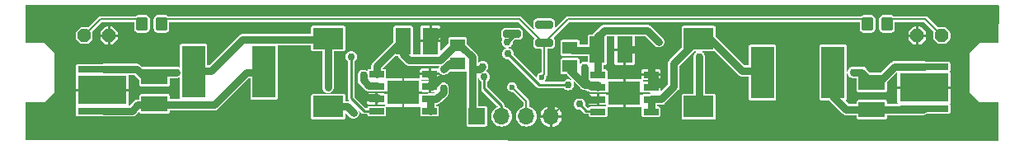
<source format=gbr>
%TF.GenerationSoftware,KiCad,Pcbnew,8.0.6*%
%TF.CreationDate,2025-03-12T20:05:18-06:00*%
%TF.ProjectId,Lightbar,4c696768-7462-4617-922e-6b696361645f,rev?*%
%TF.SameCoordinates,Original*%
%TF.FileFunction,Copper,L1,Top*%
%TF.FilePolarity,Positive*%
%FSLAX46Y46*%
G04 Gerber Fmt 4.6, Leading zero omitted, Abs format (unit mm)*
G04 Created by KiCad (PCBNEW 8.0.6) date 2025-03-12 20:05:18*
%MOMM*%
%LPD*%
G01*
G04 APERTURE LIST*
G04 Aperture macros list*
%AMRoundRect*
0 Rectangle with rounded corners*
0 $1 Rounding radius*
0 $2 $3 $4 $5 $6 $7 $8 $9 X,Y pos of 4 corners*
0 Add a 4 corners polygon primitive as box body*
4,1,4,$2,$3,$4,$5,$6,$7,$8,$9,$2,$3,0*
0 Add four circle primitives for the rounded corners*
1,1,$1+$1,$2,$3*
1,1,$1+$1,$4,$5*
1,1,$1+$1,$6,$7*
1,1,$1+$1,$8,$9*
0 Add four rect primitives between the rounded corners*
20,1,$1+$1,$2,$3,$4,$5,0*
20,1,$1+$1,$4,$5,$6,$7,0*
20,1,$1+$1,$6,$7,$8,$9,0*
20,1,$1+$1,$8,$9,$2,$3,0*%
%AMOutline5P*
0 Free polygon, 5 corners , with rotation*
0 The origin of the aperture is its center*
0 number of corners: always 5*
0 $1 to $10 corner X, Y*
0 $11 Rotation angle, in degrees counterclockwise*
0 create outline with 5 corners*
4,1,5,$1,$2,$3,$4,$5,$6,$7,$8,$9,$10,$1,$2,$11*%
%AMOutline6P*
0 Free polygon, 6 corners , with rotation*
0 The origin of the aperture is its center*
0 number of corners: always 6*
0 $1 to $12 corner X, Y*
0 $13 Rotation angle, in degrees counterclockwise*
0 create outline with 6 corners*
4,1,6,$1,$2,$3,$4,$5,$6,$7,$8,$9,$10,$11,$12,$1,$2,$13*%
%AMOutline7P*
0 Free polygon, 7 corners , with rotation*
0 The origin of the aperture is its center*
0 number of corners: always 7*
0 $1 to $14 corner X, Y*
0 $15 Rotation angle, in degrees counterclockwise*
0 create outline with 7 corners*
4,1,7,$1,$2,$3,$4,$5,$6,$7,$8,$9,$10,$11,$12,$13,$14,$1,$2,$15*%
%AMOutline8P*
0 Free polygon, 8 corners , with rotation*
0 The origin of the aperture is its center*
0 number of corners: always 8*
0 $1 to $16 corner X, Y*
0 $17 Rotation angle, in degrees counterclockwise*
0 create outline with 8 corners*
4,1,8,$1,$2,$3,$4,$5,$6,$7,$8,$9,$10,$11,$12,$13,$14,$15,$16,$1,$2,$17*%
G04 Aperture macros list end*
%TA.AperFunction,SMDPad,CuDef*%
%ADD10RoundRect,0.250000X0.350000X0.450000X-0.350000X0.450000X-0.350000X-0.450000X0.350000X-0.450000X0*%
%TD*%
%TA.AperFunction,SMDPad,CuDef*%
%ADD11R,3.150000X2.200000*%
%TD*%
%TA.AperFunction,SMDPad,CuDef*%
%ADD12R,1.500000X1.300000*%
%TD*%
%TA.AperFunction,SMDPad,CuDef*%
%ADD13R,4.980000X0.700000*%
%TD*%
%TA.AperFunction,SMDPad,CuDef*%
%ADD14R,4.980000X2.980000*%
%TD*%
%TA.AperFunction,ComponentPad*%
%ADD15Outline8P,-0.660400X0.273547X-0.273547X0.660400X0.273547X0.660400X0.660400X0.273547X0.660400X-0.273547X0.273547X-0.660400X-0.273547X-0.660400X-0.660400X-0.273547X0.000000*%
%TD*%
%TA.AperFunction,SMDPad,CuDef*%
%ADD16R,2.700000X1.600000*%
%TD*%
%TA.AperFunction,SMDPad,CuDef*%
%ADD17R,1.600000X2.700000*%
%TD*%
%TA.AperFunction,SMDPad,CuDef*%
%ADD18R,2.413000X5.334000*%
%TD*%
%TA.AperFunction,SMDPad,CuDef*%
%ADD19R,1.525000X0.650000*%
%TD*%
%TA.AperFunction,SMDPad,CuDef*%
%ADD20R,3.300000X2.410000*%
%TD*%
%TA.AperFunction,ComponentPad*%
%ADD21O,1.700000X1.700000*%
%TD*%
%TA.AperFunction,ComponentPad*%
%ADD22R,1.700000X1.700000*%
%TD*%
%TA.AperFunction,SMDPad,CuDef*%
%ADD23RoundRect,0.250000X-0.350000X-0.450000X0.350000X-0.450000X0.350000X0.450000X-0.350000X0.450000X0*%
%TD*%
%TA.AperFunction,ComponentPad*%
%ADD24Outline8P,-0.660400X0.273547X-0.273547X0.660400X0.273547X0.660400X0.660400X0.273547X0.660400X-0.273547X0.273547X-0.660400X-0.273547X-0.660400X-0.660400X-0.273547X180.000000*%
%TD*%
%TA.AperFunction,SMDPad,CuDef*%
%ADD25RoundRect,0.200000X0.700000X0.200000X-0.700000X0.200000X-0.700000X-0.200000X0.700000X-0.200000X0*%
%TD*%
%TA.AperFunction,ViaPad*%
%ADD26C,0.600000*%
%TD*%
%TA.AperFunction,ViaPad*%
%ADD27C,0.756400*%
%TD*%
%TA.AperFunction,Conductor*%
%ADD28C,0.200000*%
%TD*%
%TA.AperFunction,Conductor*%
%ADD29C,0.762000*%
%TD*%
%TA.AperFunction,Conductor*%
%ADD30C,0.254000*%
%TD*%
%TA.AperFunction,Conductor*%
%ADD31C,0.152400*%
%TD*%
%TA.AperFunction,Conductor*%
%ADD32C,0.400000*%
%TD*%
G04 APERTURE END LIST*
D10*
%TO.P,R4,1*%
%TO.N,Net-(Q1-E)*%
X112500000Y-100000000D03*
%TO.P,R4,2*%
%TO.N,Net-(LASER2-PadA)*%
X110500000Y-100000000D03*
%TD*%
D11*
%TO.P,D1,2*%
%TO.N,N$5*%
X167664600Y-101504800D03*
%TO.P,D1,1*%
%TO.N,N$4*%
X167664600Y-108504800D03*
%TD*%
D12*
%TO.P,R1,1*%
%TO.N,N$3*%
X154456600Y-104356800D03*
%TO.P,R1,2*%
%TO.N,N$4*%
X154456600Y-102456800D03*
%TD*%
D13*
%TO.P,LED2,1*%
%TO.N,N$8*%
X106400600Y-108950800D03*
%TO.P,LED2,2*%
%TO.N,N$9*%
X106400600Y-104670800D03*
D14*
%TO.P,LED2,3*%
%TO.N,GND*%
X106400600Y-106810800D03*
%TD*%
D15*
%TO.P,LSR2,A*%
%TO.N,Net-(LASER2-PadA)*%
X104571000Y-101197200D03*
%TO.P,LSR2,K*%
%TO.N,GND*%
X107111000Y-101197200D03*
%TD*%
D16*
%TO.P,C2,1*%
%TO.N,N$1*%
X185444600Y-108804800D03*
%TO.P,C2,2*%
%TO.N,N$3*%
X185444600Y-106004800D03*
%TD*%
D17*
%TO.P,C1,1*%
%TO.N,N$4*%
X157247600Y-102648800D03*
%TO.P,C1,2*%
%TO.N,GND*%
X160047600Y-102648800D03*
%TD*%
D18*
%TO.P,L2,1*%
%TO.N,N$7*%
X115785600Y-104905800D03*
%TO.P,L2,2*%
%TO.N,N$8*%
X123023600Y-104905800D03*
%TD*%
D19*
%TO.P,IC1,1*%
%TO.N,N$4*%
X157332600Y-105215800D03*
%TO.P,IC1,2*%
%TO.N,N$3*%
X157332600Y-106485800D03*
%TO.P,IC1,3*%
%TO.N,GND*%
X157332600Y-107755800D03*
%TO.P,IC1,4*%
%TO.N,PWM1*%
X157332600Y-109025800D03*
%TO.P,IC1,5*%
%TO.N,N$5*%
X162756600Y-109025800D03*
%TO.P,IC1,6*%
X162756600Y-107755800D03*
%TO.P,IC1,7*%
%TO.N,GND*%
X162756600Y-106485800D03*
%TO.P,IC1,8*%
X162756600Y-105215800D03*
D20*
%TO.P,IC1,9*%
X160044600Y-107120800D03*
%TD*%
D16*
%TO.P,C4,1*%
%TO.N,N$8*%
X111784600Y-108210800D03*
%TO.P,C4,2*%
%TO.N,N$9*%
X111784600Y-105410800D03*
%TD*%
D11*
%TO.P,D2,2*%
%TO.N,N$7*%
X129621043Y-101504800D03*
%TO.P,D2,1*%
%TO.N,N$4*%
X129621043Y-108504800D03*
%TD*%
D19*
%TO.P,IC2,1*%
%TO.N,N$4*%
X134599600Y-105159800D03*
%TO.P,IC2,2*%
%TO.N,N$9*%
X134599600Y-106429800D03*
%TO.P,IC2,3*%
%TO.N,GND*%
X134599600Y-107699800D03*
%TO.P,IC2,4*%
%TO.N,PWM1*%
X134599600Y-108969800D03*
%TO.P,IC2,5*%
%TO.N,N$7*%
X140023600Y-108969800D03*
%TO.P,IC2,6*%
X140023600Y-107699800D03*
%TO.P,IC2,7*%
%TO.N,GND*%
X140023600Y-106429800D03*
%TO.P,IC2,8*%
X140023600Y-105159800D03*
D20*
%TO.P,IC2,9*%
X137311600Y-107064800D03*
%TD*%
D21*
%TO.P,J1,4,Pin_4*%
%TO.N,GND*%
X152500000Y-109500000D03*
%TO.P,J1,3,Pin_3*%
%TO.N,Net-(Q1-E)*%
X149960000Y-109500000D03*
%TO.P,J1,2,Pin_2*%
%TO.N,PWM1*%
X147420000Y-109500000D03*
D22*
%TO.P,J1,1,Pin_1*%
%TO.N,N$4*%
X144880000Y-109500000D03*
%TD*%
D23*
%TO.P,R3,2*%
%TO.N,Net-(LASER1-PadA)*%
X187000000Y-100000000D03*
%TO.P,R3,1*%
%TO.N,Net-(Q1-E)*%
X185000000Y-100000000D03*
%TD*%
D17*
%TO.P,C3,1*%
%TO.N,N$4*%
X137308600Y-101759800D03*
%TO.P,C3,2*%
%TO.N,GND*%
X140108600Y-101759800D03*
%TD*%
D12*
%TO.P,R2,2*%
%TO.N,N$4*%
X142899600Y-102202800D03*
%TO.P,R2,1*%
%TO.N,N$9*%
X142899600Y-104102800D03*
%TD*%
D18*
%TO.P,L1,2*%
%TO.N,N$1*%
X181443600Y-104981800D03*
%TO.P,L1,1*%
%TO.N,N$5*%
X174205600Y-104981800D03*
%TD*%
D13*
%TO.P,LED1,1*%
%TO.N,N$1*%
X190808600Y-108696800D03*
%TO.P,LED1,2*%
%TO.N,N$3*%
X190808600Y-104416800D03*
D14*
%TO.P,LED1,3*%
%TO.N,GND*%
X190808600Y-106556800D03*
%TD*%
D24*
%TO.P,LSR1,A*%
%TO.N,Net-(LASER1-PadA)*%
X192638200Y-101197200D03*
%TO.P,LSR1,K*%
%TO.N,GND*%
X190098200Y-101197200D03*
%TD*%
D25*
%TO.P,Q1,1,E*%
%TO.N,Net-(Q1-E)*%
X151800000Y-101950000D03*
%TO.P,Q1,2,B*%
%TO.N,Net-(J1-Pin_3)*%
X151800000Y-100050000D03*
%TO.P,Q1,3,C*%
%TO.N,N$4*%
X148500000Y-101000000D03*
%TD*%
D26*
%TO.N,Net-(Q1-E)*%
X148500000Y-106500000D03*
X151500000Y-105500000D03*
%TO.N,GND*%
X106409799Y-105945565D03*
X192500000Y-105500000D03*
X192500000Y-107500000D03*
X159000000Y-106500000D03*
X104708262Y-107783832D03*
D27*
X133222200Y-107572800D03*
D26*
X190808600Y-106556800D03*
X138339436Y-106490210D03*
X159017134Y-107740250D03*
X190789882Y-107528392D03*
X107944220Y-106841910D03*
X104753839Y-105839219D03*
X106400600Y-106810800D03*
X136201579Y-106523018D03*
X160044600Y-107120800D03*
X138313041Y-107750670D03*
X161000000Y-106500000D03*
X160996682Y-107767367D03*
X107944220Y-107753447D03*
X106409799Y-107738255D03*
X104738647Y-106811525D03*
D27*
X164007000Y-105896400D03*
D26*
X189000000Y-107500000D03*
D27*
X142975800Y-105363000D03*
D26*
X189000000Y-106500000D03*
X190796784Y-105513019D03*
X189000000Y-105500000D03*
X136252294Y-107770603D03*
X137311600Y-107064800D03*
X107929027Y-105960757D03*
X192500000Y-106500000D03*
D27*
%TO.N,N$3*%
X155929800Y-104474000D03*
X183514200Y-104982000D03*
%TO.N,N$4*%
X167715400Y-103356400D03*
X163549800Y-101832400D03*
X132206200Y-109147600D03*
X145465000Y-104372400D03*
X147993803Y-101852400D03*
%TO.N,N$7*%
X129590000Y-106531400D03*
X141426400Y-106607600D03*
%TO.N,N$9*%
X141502600Y-104651800D03*
X114019800Y-104982000D03*
X133222200Y-105286800D03*
%TO.N,PWM1*%
X154278800Y-106252000D03*
X148063299Y-103063299D03*
X155421800Y-108233200D03*
X131977600Y-103381800D03*
X145642800Y-105439200D03*
%TD*%
D28*
%TO.N,Net-(Q1-E)*%
X151800000Y-101950000D02*
X151700000Y-101950000D01*
X151700000Y-101950000D02*
X149250000Y-99500000D01*
X149250000Y-99500000D02*
X113000000Y-99500000D01*
X113000000Y-99500000D02*
X112500000Y-100000000D01*
X148500000Y-106500000D02*
X149960000Y-107960000D01*
X149960000Y-107960000D02*
X149960000Y-109500000D01*
X151800000Y-105200000D02*
X151500000Y-105500000D01*
X151800000Y-101950000D02*
X151800000Y-105200000D01*
D29*
%TO.N,GND*%
X157332600Y-107755800D02*
X156443600Y-107755800D01*
X156443600Y-107755800D02*
X155930400Y-107242600D01*
X144240200Y-100740200D02*
X141140856Y-100740200D01*
X141140856Y-100740200D02*
X140172781Y-101759800D01*
X155930400Y-107242600D02*
X150742600Y-107242600D01*
X150742600Y-107242600D02*
X144240200Y-100740200D01*
X140172781Y-101759800D02*
X140108600Y-101759800D01*
D30*
%TO.N,PWM1*%
X154278800Y-106252000D02*
X151252000Y-106252000D01*
X151252000Y-106252000D02*
X148063299Y-103063299D01*
D28*
%TO.N,Net-(LASER1-PadA)*%
X187000000Y-100000000D02*
X187500000Y-99500000D01*
X187500000Y-99500000D02*
X190941000Y-99500000D01*
X190941000Y-99500000D02*
X192638200Y-101197200D01*
%TO.N,Net-(LASER2-PadA)*%
X110500000Y-100000000D02*
X110000000Y-99500000D01*
X110000000Y-99500000D02*
X106268200Y-99500000D01*
X106268200Y-99500000D02*
X104571000Y-101197200D01*
%TO.N,Net-(Q1-E)*%
X151800000Y-101950000D02*
X154250000Y-99500000D01*
X184500000Y-99500000D02*
X185000000Y-100000000D01*
X154250000Y-99500000D02*
X184500000Y-99500000D01*
D29*
%TO.N,GND*%
X152500000Y-109500000D02*
X152500000Y-107242600D01*
D30*
%TO.N,PWM1*%
X145642800Y-105439200D02*
X145642800Y-106642800D01*
X145642800Y-106642800D02*
X147420000Y-108420000D01*
X147420000Y-108420000D02*
X147420000Y-109500000D01*
D29*
%TO.N,N$5*%
X172135000Y-104829600D02*
X174065400Y-104829600D01*
X165096600Y-106432400D02*
X163803800Y-107725200D01*
X163803800Y-107725200D02*
X162787800Y-107725200D01*
X167664600Y-101504800D02*
X165096600Y-104072800D01*
D31*
X174065400Y-104829600D02*
X174205600Y-104981800D01*
D29*
X165096600Y-104072800D02*
X165096600Y-106432400D01*
X172135000Y-104829600D02*
X168810200Y-101504800D01*
D31*
X162787800Y-107725200D02*
X162756600Y-107755800D01*
D29*
X162787800Y-107877600D02*
X162787800Y-108944400D01*
D31*
X162787800Y-108944400D02*
X162756600Y-109025800D01*
X162787800Y-107877600D02*
X162756600Y-107755800D01*
D29*
X167664600Y-101504800D02*
X168810200Y-101504800D01*
%TO.N,GND*%
X162762400Y-103991400D02*
X162762400Y-105210000D01*
X140023600Y-106429800D02*
X140277600Y-106429800D01*
D31*
X162787800Y-105286800D02*
X162756600Y-105215800D01*
D29*
X140564881Y-105701082D02*
X140023600Y-106429800D01*
X142721800Y-105617000D02*
X141090400Y-105617000D01*
X140564881Y-105701082D02*
X140023600Y-105159800D01*
X133222200Y-107572800D02*
X134593800Y-107572800D01*
D31*
X153449837Y-108550163D02*
X152500000Y-109500000D01*
D29*
X141090400Y-105617000D02*
X140277600Y-106429800D01*
X162787800Y-105896400D02*
X162787800Y-106353600D01*
X162787800Y-105286800D02*
X162787800Y-105896400D01*
X161419800Y-102648800D02*
X160047600Y-102648800D01*
X142975800Y-105363000D02*
X142721800Y-105617000D01*
X134593800Y-107572800D02*
X134599600Y-107699800D01*
X161419800Y-102648800D02*
X162762400Y-103991400D01*
X162756600Y-105215800D02*
X162762400Y-105210000D01*
D31*
X162787800Y-106353600D02*
X162756600Y-106485800D01*
X153449837Y-108521838D02*
X153449837Y-108550163D01*
D29*
X164007000Y-105896400D02*
X162787800Y-105896400D01*
%TO.N,N$1*%
X185444600Y-108804800D02*
X190700600Y-108804800D01*
D31*
X190700600Y-108804800D02*
X190808600Y-108696800D01*
D29*
X182815800Y-108804800D02*
X181443600Y-107432600D01*
D31*
X181443600Y-104981800D02*
X181443600Y-107432600D01*
D29*
X182815800Y-108804800D02*
X185444600Y-108804800D01*
%TO.N,N$3*%
X157332600Y-106485800D02*
X157205600Y-106358800D01*
X157205600Y-106358800D02*
X156417600Y-106358800D01*
X184428600Y-104982000D02*
X183514200Y-104982000D01*
X155980600Y-106226600D02*
X154456600Y-104702600D01*
X156417600Y-106358800D02*
X155929800Y-105871000D01*
X185495400Y-105896400D02*
X186276712Y-105896400D01*
X186276712Y-105896400D02*
X187756312Y-104416800D01*
X185495400Y-105896400D02*
X185444600Y-106004800D01*
X155929800Y-105871000D02*
X155929800Y-104474000D01*
X157271428Y-106226600D02*
X155980600Y-106226600D01*
D31*
X157271428Y-106226600D02*
X157332600Y-106485800D01*
D29*
X187756312Y-104416800D02*
X190808600Y-104416800D01*
X154456600Y-104356800D02*
X154456600Y-104702600D01*
X185444600Y-106004800D02*
X185343000Y-105896400D01*
X185343000Y-105896400D02*
X184428600Y-104982000D01*
%TO.N,N$4*%
X132206200Y-109147600D02*
X131563400Y-108504800D01*
X145211000Y-104626400D02*
X144398200Y-104626400D01*
X157301400Y-102848400D02*
X157301400Y-105134400D01*
X145465000Y-104372400D02*
X145211000Y-104626400D01*
X157937000Y-100689400D02*
X157247600Y-101378800D01*
D31*
X157247600Y-102648800D02*
X157301400Y-102702600D01*
D29*
X134619200Y-104347000D02*
X134619200Y-105156404D01*
D28*
X148500000Y-101000000D02*
X148500000Y-101346203D01*
D29*
X157163296Y-102710297D02*
X154710096Y-102710297D01*
D28*
X147993803Y-101852400D02*
X147993803Y-101854609D01*
D29*
X137184600Y-101781600D02*
X134619200Y-104347000D01*
X134619200Y-105156404D02*
X134599600Y-105159800D01*
X142899600Y-102202800D02*
X142605400Y-102202800D01*
D31*
X157301400Y-102702600D02*
X157301400Y-102848400D01*
D29*
X141096200Y-103712000D02*
X137921200Y-103712000D01*
X144398200Y-104626400D02*
X144398200Y-109018200D01*
X167715400Y-103356400D02*
X167715400Y-108454000D01*
X142605400Y-102202800D02*
X141096200Y-103712000D01*
X144398200Y-103407200D02*
X143243068Y-102252069D01*
D31*
X157301400Y-105134400D02*
X157332600Y-105215800D01*
D29*
X167715400Y-108454000D02*
X167664600Y-108504800D01*
D31*
X157247600Y-102648800D02*
X157247600Y-101378800D01*
D29*
X143243068Y-102252069D02*
X143166868Y-102216069D01*
X137921200Y-103712000D02*
X137308600Y-103099400D01*
X129621043Y-108504800D02*
X131563400Y-108504800D01*
D28*
X147993803Y-101854609D02*
X148099461Y-101960267D01*
D29*
X137184600Y-101781600D02*
X137308600Y-101759800D01*
D32*
X148500000Y-101346203D02*
X147993803Y-101852400D01*
D29*
X144398200Y-104626400D02*
X144398200Y-103407200D01*
X143153600Y-102202800D02*
X142899600Y-102202800D01*
X143166868Y-102216069D02*
X143153600Y-102202800D01*
X154456600Y-102456800D02*
X154710096Y-102710297D01*
D31*
X157247600Y-102648800D02*
X157186103Y-102710297D01*
X157186103Y-102710297D02*
X157163296Y-102710297D01*
D29*
X162406800Y-100689400D02*
X157937000Y-100689400D01*
X162406800Y-100689400D02*
X163549800Y-101832400D01*
X144398200Y-109018200D02*
X144880000Y-109500000D01*
X137308600Y-101759800D02*
X137308600Y-103099400D01*
D31*
%TO.N,N$7*%
X140080200Y-107725200D02*
X140023600Y-107699800D01*
D29*
X141426400Y-106607600D02*
X141426400Y-106988600D01*
X129564600Y-101629200D02*
X120827000Y-101629200D01*
X129590000Y-101535844D02*
X129590000Y-106531400D01*
D31*
X129564600Y-101629200D02*
X129621043Y-101504800D01*
X115848600Y-104829600D02*
X115785600Y-104905800D01*
X129621043Y-101504800D02*
X129590000Y-101535844D01*
D29*
X120827000Y-101629200D02*
X117626600Y-104829600D01*
X140715200Y-107699800D02*
X140023600Y-107699800D01*
D31*
X140080200Y-108944400D02*
X140023600Y-108969800D01*
D29*
X141426400Y-106988600D02*
X140715200Y-107699800D01*
X117626600Y-104829600D02*
X115848600Y-104829600D01*
X140080200Y-107725200D02*
X140080200Y-108944400D01*
%TO.N,N$8*%
X106552200Y-108944400D02*
X109447800Y-108944400D01*
X117906000Y-108309400D02*
X111883200Y-108309400D01*
D31*
X106552200Y-108944400D02*
X106400600Y-108950800D01*
D29*
X111784600Y-108210800D02*
X111883200Y-108309400D01*
X109447800Y-108944400D02*
X110057400Y-108334800D01*
X110057400Y-108334800D02*
X111733800Y-108334800D01*
D31*
X123011400Y-104982000D02*
X123023600Y-104905800D01*
D29*
X117906000Y-108309400D02*
X121233400Y-104982000D01*
X121233400Y-104982000D02*
X123011400Y-104982000D01*
D31*
X111733800Y-108334800D02*
X111784600Y-108210800D01*
%TO.N,N$9*%
X111733800Y-105286800D02*
X111784600Y-105410800D01*
D29*
X109955800Y-104677200D02*
X110565400Y-105286800D01*
D31*
X134568209Y-106398410D02*
X134599600Y-106429800D01*
D29*
X134564800Y-106353600D02*
X133781000Y-106353600D01*
X112191000Y-104982000D02*
X114019800Y-104982000D01*
X142051600Y-104102800D02*
X141502600Y-104651800D01*
X133222200Y-105794800D02*
X133222200Y-105286800D01*
X106552200Y-104677200D02*
X109955800Y-104677200D01*
X111886200Y-105286800D02*
X111784600Y-105410800D01*
X133781000Y-106353600D02*
X133222200Y-105794800D01*
X142899600Y-104102800D02*
X142051600Y-104102800D01*
D31*
X134568209Y-106398410D02*
X134564800Y-106353600D01*
D29*
X111886200Y-105286800D02*
X112191000Y-104982000D01*
X110565400Y-105286800D02*
X111733800Y-105286800D01*
D31*
X106552200Y-104677200D02*
X106400600Y-104670800D01*
D30*
%TO.N,PWM1*%
X156133000Y-108944400D02*
X157301400Y-108944400D01*
D31*
X134593800Y-108944400D02*
X134599600Y-108969800D01*
D30*
X155421800Y-108233200D02*
X156133000Y-108944400D01*
X133298400Y-108944400D02*
X134593800Y-108944400D01*
X131977600Y-103381800D02*
X131977600Y-107623600D01*
X131977600Y-107623600D02*
X133298400Y-108944400D01*
X157301400Y-108944400D02*
X157332600Y-109025800D01*
D28*
%TO.N,Net-(Q1-E)*%
X150339400Y-109120600D02*
X150339400Y-109500000D01*
%TD*%
%TA.AperFunction,Conductor*%
%TO.N,GND*%
G36*
X198437697Y-98083248D02*
G01*
X198472335Y-98097624D01*
X198486663Y-98132282D01*
X198486662Y-98132534D01*
X198464532Y-101927586D01*
X198449979Y-101962150D01*
X198415533Y-101976300D01*
X196479038Y-101976300D01*
X195464100Y-102991236D01*
X195464100Y-102991237D01*
X195464100Y-102991238D01*
X195464100Y-106991237D01*
X195464100Y-107012363D01*
X196471573Y-108019835D01*
X196478907Y-108027245D01*
X196478908Y-108027246D01*
X196479037Y-108027299D01*
X196479038Y-108027300D01*
X196489511Y-108027300D01*
X196489763Y-108027300D01*
X198431527Y-108037316D01*
X198466099Y-108051846D01*
X198480273Y-108086332D01*
X198478925Y-111943505D01*
X198464561Y-111978148D01*
X198429917Y-111992488D01*
X98564092Y-111976310D01*
X98529446Y-111961953D01*
X98515100Y-111927310D01*
X98515100Y-108076300D01*
X98529452Y-108041652D01*
X98564100Y-108027300D01*
X100500162Y-108027300D01*
X100500163Y-108027300D01*
X101515100Y-107012362D01*
X101515100Y-106991237D01*
X101515100Y-105296170D01*
X103660600Y-105296170D01*
X103660600Y-106685800D01*
X109140600Y-106685800D01*
X109140600Y-105307700D01*
X109154952Y-105273052D01*
X109189600Y-105258700D01*
X109694639Y-105258700D01*
X109729287Y-105273052D01*
X110098368Y-105642133D01*
X110098373Y-105642139D01*
X110100084Y-105643850D01*
X110208350Y-105752116D01*
X110209598Y-105752836D01*
X110210040Y-105753413D01*
X110210902Y-105754074D01*
X110210725Y-105754304D01*
X110232430Y-105782588D01*
X110234100Y-105795273D01*
X110234100Y-106230548D01*
X110245733Y-106289031D01*
X110252818Y-106299634D01*
X110290047Y-106355352D01*
X110298201Y-106360800D01*
X110356369Y-106399667D01*
X110414852Y-106411300D01*
X110414855Y-106411300D01*
X113154345Y-106411300D01*
X113154348Y-106411300D01*
X113212831Y-106399667D01*
X113279152Y-106355352D01*
X113323467Y-106289031D01*
X113335100Y-106230548D01*
X113335100Y-105612500D01*
X113349452Y-105577852D01*
X113384100Y-105563500D01*
X113999922Y-105563500D01*
X114006317Y-105563919D01*
X114007311Y-105564049D01*
X114019800Y-105565694D01*
X114032288Y-105564049D01*
X114033283Y-105563919D01*
X114039678Y-105563500D01*
X114096357Y-105563500D01*
X114107667Y-105560468D01*
X114151116Y-105548826D01*
X114157388Y-105547579D01*
X114170871Y-105545805D01*
X114183432Y-105540601D01*
X114189488Y-105538545D01*
X114244251Y-105523872D01*
X114293345Y-105495526D01*
X114299089Y-105492694D01*
X114303149Y-105491013D01*
X114310854Y-105487823D01*
X114348357Y-105487827D01*
X114374872Y-105514349D01*
X114378600Y-105533095D01*
X114378600Y-107592548D01*
X114386209Y-107630800D01*
X114390233Y-107651031D01*
X114390665Y-107651677D01*
X114390817Y-107652442D01*
X114392079Y-107655488D01*
X114391472Y-107655739D01*
X114397981Y-107688460D01*
X114377146Y-107719642D01*
X114349923Y-107727900D01*
X113384100Y-107727900D01*
X113349452Y-107713548D01*
X113335100Y-107678900D01*
X113335100Y-107391055D01*
X113335100Y-107391052D01*
X113323467Y-107332569D01*
X113286508Y-107277257D01*
X113279152Y-107266247D01*
X113227071Y-107231448D01*
X113212831Y-107221933D01*
X113154348Y-107210300D01*
X110414852Y-107210300D01*
X110356369Y-107221933D01*
X110290047Y-107266247D01*
X110249742Y-107326569D01*
X110245733Y-107332569D01*
X110234100Y-107391052D01*
X110234100Y-107391055D01*
X110234100Y-107704300D01*
X110219748Y-107738948D01*
X110185100Y-107753300D01*
X110136969Y-107753300D01*
X110136953Y-107753299D01*
X110133956Y-107753299D01*
X109980845Y-107753299D01*
X109980843Y-107753299D01*
X109923479Y-107768670D01*
X109894797Y-107776356D01*
X109832949Y-107792927D01*
X109832946Y-107792928D01*
X109700349Y-107869484D01*
X109700349Y-107869485D01*
X109224248Y-108345586D01*
X109189600Y-108359938D01*
X109154952Y-108345586D01*
X109140600Y-108310938D01*
X109140600Y-106935800D01*
X103660600Y-106935800D01*
X103660600Y-108325429D01*
X103675103Y-108398342D01*
X103721730Y-108468125D01*
X103729046Y-108504908D01*
X103723579Y-108518107D01*
X103723580Y-108518108D01*
X103722685Y-108520270D01*
X103721762Y-108522499D01*
X103721735Y-108522563D01*
X103721734Y-108522567D01*
X103721733Y-108522569D01*
X103710100Y-108581052D01*
X103710100Y-109320548D01*
X103721733Y-109379031D01*
X103726591Y-109386301D01*
X103766047Y-109445352D01*
X103777169Y-109452783D01*
X103832369Y-109489667D01*
X103890852Y-109501300D01*
X106377385Y-109501300D01*
X106390067Y-109502970D01*
X106475641Y-109525900D01*
X106475644Y-109525900D01*
X109368231Y-109525900D01*
X109368247Y-109525901D01*
X109371244Y-109525901D01*
X109524358Y-109525901D01*
X109603679Y-109504646D01*
X109672251Y-109486272D01*
X109674553Y-109484942D01*
X109677026Y-109483516D01*
X109730256Y-109452783D01*
X109804850Y-109409716D01*
X109913116Y-109301450D01*
X109913116Y-109301448D01*
X109917145Y-109297420D01*
X109917148Y-109297415D01*
X110160969Y-109053595D01*
X110195616Y-109039244D01*
X110230264Y-109053596D01*
X110243674Y-109078683D01*
X110245732Y-109089029D01*
X110245732Y-109089030D01*
X110245733Y-109089031D01*
X110252996Y-109099901D01*
X110290047Y-109155352D01*
X110308194Y-109167477D01*
X110356369Y-109199667D01*
X110414852Y-109211300D01*
X110414855Y-109211300D01*
X113154345Y-109211300D01*
X113154348Y-109211300D01*
X113212831Y-109199667D01*
X113279152Y-109155352D01*
X113323467Y-109089031D01*
X113335100Y-109030548D01*
X113335100Y-108939900D01*
X113349452Y-108905252D01*
X113384100Y-108890900D01*
X117826431Y-108890900D01*
X117826447Y-108890901D01*
X117829444Y-108890901D01*
X117982558Y-108890901D01*
X118130447Y-108851273D01*
X118130445Y-108851273D01*
X118130451Y-108851272D01*
X118172808Y-108826817D01*
X118263050Y-108774716D01*
X118371316Y-108666450D01*
X118371316Y-108666448D01*
X118375345Y-108662420D01*
X118375348Y-108662415D01*
X121459913Y-105577852D01*
X121494561Y-105563500D01*
X121567600Y-105563500D01*
X121602248Y-105577852D01*
X121616600Y-105612500D01*
X121616600Y-107592548D01*
X121628233Y-107651031D01*
X121631274Y-107655582D01*
X121672547Y-107717352D01*
X121688334Y-107727900D01*
X121738869Y-107761667D01*
X121797352Y-107773300D01*
X121797355Y-107773300D01*
X124249845Y-107773300D01*
X124249848Y-107773300D01*
X124308331Y-107761667D01*
X124374652Y-107717352D01*
X124418967Y-107651031D01*
X124430600Y-107592548D01*
X124430600Y-102259700D01*
X124444952Y-102225052D01*
X124479600Y-102210700D01*
X127796543Y-102210700D01*
X127831191Y-102225052D01*
X127845543Y-102259700D01*
X127845543Y-102624548D01*
X127857176Y-102683031D01*
X127874487Y-102708939D01*
X127901490Y-102749352D01*
X127914342Y-102757939D01*
X127967812Y-102793667D01*
X128026295Y-102805300D01*
X128959500Y-102805300D01*
X128994148Y-102819652D01*
X129008500Y-102854300D01*
X129008500Y-106511521D01*
X129008081Y-106517916D01*
X129006306Y-106531399D01*
X129008081Y-106544881D01*
X129008500Y-106551277D01*
X129008500Y-106607959D01*
X129023168Y-106662700D01*
X129024419Y-106668985D01*
X129026194Y-106682466D01*
X129026195Y-106682472D01*
X129031399Y-106695036D01*
X129033458Y-106701103D01*
X129048126Y-106755847D01*
X129048128Y-106755853D01*
X129076467Y-106804935D01*
X129079302Y-106810684D01*
X129084176Y-106822452D01*
X129084506Y-106823247D01*
X129090108Y-106830548D01*
X129092783Y-106834033D01*
X129096342Y-106839360D01*
X129098959Y-106843892D01*
X129124684Y-106888450D01*
X129164761Y-106928527D01*
X129168987Y-106933345D01*
X129177263Y-106944131D01*
X129177264Y-106944132D01*
X129177266Y-106944134D01*
X129188058Y-106952415D01*
X129192867Y-106956633D01*
X129232950Y-106996716D01*
X129232951Y-106996717D01*
X129232953Y-106996718D01*
X129238061Y-106999667D01*
X129282046Y-107025061D01*
X129287361Y-107028612D01*
X129298153Y-107036894D01*
X129310129Y-107041854D01*
X129310715Y-107042097D01*
X129316453Y-107044926D01*
X129351490Y-107065155D01*
X129365545Y-107073270D01*
X129365549Y-107073272D01*
X129420315Y-107087946D01*
X129426350Y-107089994D01*
X129438929Y-107095205D01*
X129452410Y-107096979D01*
X129458682Y-107098226D01*
X129489335Y-107106439D01*
X129495045Y-107107970D01*
X129524797Y-107130802D01*
X129529691Y-107167984D01*
X129506859Y-107197736D01*
X129482361Y-107204300D01*
X128026295Y-107204300D01*
X127982291Y-107213053D01*
X127967812Y-107215933D01*
X127901490Y-107260247D01*
X127857176Y-107326569D01*
X127845543Y-107385052D01*
X127845543Y-109624548D01*
X127857176Y-109683031D01*
X127872480Y-109705934D01*
X127901490Y-109749352D01*
X127928055Y-109767101D01*
X127967812Y-109793667D01*
X128026295Y-109805300D01*
X128026298Y-109805300D01*
X131215788Y-109805300D01*
X131215791Y-109805300D01*
X131274274Y-109793667D01*
X131340595Y-109749352D01*
X131384910Y-109683031D01*
X131396543Y-109624548D01*
X131396543Y-109278604D01*
X131410895Y-109243956D01*
X131445543Y-109229604D01*
X131480190Y-109243955D01*
X131636886Y-109400652D01*
X131780961Y-109544727D01*
X131785187Y-109549545D01*
X131793463Y-109560331D01*
X131793464Y-109560332D01*
X131793466Y-109560334D01*
X131804258Y-109568615D01*
X131809068Y-109572834D01*
X131849150Y-109612916D01*
X131898246Y-109641261D01*
X131903561Y-109644812D01*
X131914353Y-109653094D01*
X131926329Y-109658054D01*
X131926915Y-109658297D01*
X131932653Y-109661126D01*
X131981749Y-109689472D01*
X132036515Y-109704146D01*
X132042550Y-109706194D01*
X132055129Y-109711405D01*
X132068610Y-109713179D01*
X132074882Y-109714426D01*
X132118205Y-109726034D01*
X132129643Y-109729100D01*
X132129644Y-109729100D01*
X132186322Y-109729100D01*
X132192717Y-109729519D01*
X132193711Y-109729649D01*
X132206200Y-109731294D01*
X132218688Y-109729649D01*
X132219683Y-109729519D01*
X132226078Y-109729100D01*
X132282756Y-109729100D01*
X132294066Y-109726068D01*
X132337515Y-109714426D01*
X132343774Y-109713180D01*
X132357271Y-109711405D01*
X132369839Y-109706198D01*
X132375888Y-109704144D01*
X132430650Y-109689472D01*
X132479742Y-109661127D01*
X132485479Y-109658298D01*
X132498047Y-109653094D01*
X132508848Y-109644804D01*
X132514148Y-109641263D01*
X132563249Y-109612916D01*
X132603335Y-109572828D01*
X132608138Y-109568617D01*
X132618934Y-109560334D01*
X132627217Y-109549538D01*
X132631428Y-109544735D01*
X132671516Y-109504649D01*
X132699863Y-109455548D01*
X132703404Y-109450248D01*
X132711694Y-109439447D01*
X132716898Y-109426879D01*
X132719727Y-109421142D01*
X132748072Y-109372050D01*
X132762744Y-109317288D01*
X132764798Y-109311239D01*
X132770005Y-109298671D01*
X132771780Y-109285174D01*
X132773026Y-109278915D01*
X132787700Y-109224155D01*
X132787700Y-109167477D01*
X132788119Y-109161081D01*
X132788873Y-109155352D01*
X132789894Y-109147600D01*
X132788119Y-109134116D01*
X132787700Y-109127721D01*
X132787700Y-109071043D01*
X132784634Y-109059605D01*
X132773026Y-109016282D01*
X132771779Y-109010013D01*
X132771050Y-109004469D01*
X132780763Y-108968247D01*
X132813245Y-108949501D01*
X132849468Y-108959214D01*
X132854280Y-108963435D01*
X133097310Y-109206465D01*
X133097313Y-109206466D01*
X133097316Y-109206469D01*
X133162247Y-109243956D01*
X133171990Y-109249581D01*
X133210644Y-109259938D01*
X133255282Y-109271900D01*
X133255284Y-109271900D01*
X133341516Y-109271900D01*
X133587989Y-109271900D01*
X133622637Y-109286252D01*
X133635003Y-109312411D01*
X133636131Y-109312187D01*
X133636600Y-109314544D01*
X133636600Y-109314548D01*
X133648233Y-109373031D01*
X133657100Y-109386301D01*
X133692547Y-109439352D01*
X133719112Y-109457101D01*
X133758869Y-109483667D01*
X133817352Y-109495300D01*
X133817355Y-109495300D01*
X135381845Y-109495300D01*
X135381848Y-109495300D01*
X135440331Y-109483667D01*
X135506652Y-109439352D01*
X135550967Y-109373031D01*
X135562600Y-109314548D01*
X135562600Y-108625052D01*
X135552044Y-108571984D01*
X135559360Y-108535202D01*
X135590542Y-108514367D01*
X135609662Y-108514367D01*
X135636972Y-108519799D01*
X135636976Y-108519800D01*
X137186600Y-108519800D01*
X137186600Y-107189800D01*
X137436600Y-107189800D01*
X137436600Y-108519800D01*
X138986224Y-108519800D01*
X138986227Y-108519799D01*
X139013537Y-108514367D01*
X139050319Y-108521683D01*
X139071155Y-108552865D01*
X139071155Y-108571983D01*
X139060600Y-108625052D01*
X139060600Y-109314548D01*
X139072233Y-109373031D01*
X139081100Y-109386301D01*
X139116547Y-109439352D01*
X139143112Y-109457101D01*
X139182869Y-109483667D01*
X139241352Y-109495300D01*
X139882992Y-109495300D01*
X139895674Y-109496970D01*
X140003640Y-109525899D01*
X140003641Y-109525900D01*
X140003644Y-109525900D01*
X140156759Y-109525900D01*
X140156759Y-109525899D01*
X140242333Y-109502970D01*
X140264726Y-109496970D01*
X140277408Y-109495300D01*
X140805845Y-109495300D01*
X140805848Y-109495300D01*
X140864331Y-109483667D01*
X140930652Y-109439352D01*
X140974967Y-109373031D01*
X140986600Y-109314548D01*
X140986600Y-108625052D01*
X140974967Y-108566569D01*
X140944975Y-108521683D01*
X140930652Y-108500247D01*
X140872113Y-108461133D01*
X140864331Y-108455933D01*
X140805848Y-108444300D01*
X140805845Y-108444300D01*
X140710700Y-108444300D01*
X140676052Y-108429948D01*
X140661700Y-108395300D01*
X140661700Y-108330301D01*
X140676052Y-108295653D01*
X140710700Y-108281301D01*
X140791758Y-108281301D01*
X140890352Y-108254881D01*
X140939651Y-108241672D01*
X140954325Y-108233200D01*
X141072250Y-108165116D01*
X141180516Y-108056850D01*
X141180516Y-108056848D01*
X141184545Y-108052820D01*
X141184549Y-108052815D01*
X141779415Y-107457949D01*
X141779420Y-107457945D01*
X141783448Y-107453916D01*
X141783450Y-107453916D01*
X141891716Y-107345650D01*
X141968272Y-107213051D01*
X141983042Y-107157928D01*
X141999849Y-107095205D01*
X142007901Y-107065156D01*
X142007901Y-106909048D01*
X142007900Y-106909030D01*
X142007900Y-106627477D01*
X142008319Y-106621081D01*
X142010094Y-106607600D01*
X142008319Y-106594116D01*
X142007900Y-106587721D01*
X142007900Y-106531043D01*
X142003350Y-106514065D01*
X141993226Y-106476282D01*
X141991978Y-106470004D01*
X141990205Y-106456529D01*
X141984994Y-106443950D01*
X141982946Y-106437915D01*
X141968272Y-106383149D01*
X141939926Y-106334053D01*
X141937097Y-106328315D01*
X141936854Y-106327729D01*
X141931894Y-106315753D01*
X141923612Y-106304961D01*
X141920061Y-106299646D01*
X141891716Y-106250550D01*
X141851634Y-106210468D01*
X141847415Y-106205658D01*
X141839134Y-106194866D01*
X141839132Y-106194864D01*
X141839131Y-106194863D01*
X141828345Y-106186587D01*
X141823527Y-106182361D01*
X141783450Y-106142284D01*
X141781316Y-106141052D01*
X141734360Y-106113942D01*
X141729037Y-106110385D01*
X141718247Y-106102106D01*
X141718243Y-106102104D01*
X141705684Y-106096902D01*
X141699939Y-106094069D01*
X141684321Y-106085052D01*
X141650853Y-106065728D01*
X141650847Y-106065726D01*
X141596103Y-106051058D01*
X141590036Y-106048999D01*
X141577472Y-106043795D01*
X141577466Y-106043794D01*
X141563985Y-106042019D01*
X141557700Y-106040768D01*
X141502959Y-106026100D01*
X141502956Y-106026100D01*
X141446278Y-106026100D01*
X141439883Y-106025681D01*
X141426400Y-106023906D01*
X141412917Y-106025681D01*
X141406522Y-106026100D01*
X141349841Y-106026100D01*
X141295099Y-106040768D01*
X141288815Y-106042019D01*
X141275330Y-106043794D01*
X141275323Y-106043796D01*
X141262763Y-106048998D01*
X141256699Y-106051056D01*
X141201953Y-106065726D01*
X141201949Y-106065728D01*
X141152864Y-106094066D01*
X141147121Y-106096898D01*
X141134556Y-106102103D01*
X141134550Y-106102107D01*
X141123764Y-106110383D01*
X141118439Y-106113941D01*
X141109494Y-106119106D01*
X141072312Y-106124003D01*
X141042558Y-106101174D01*
X141036228Y-106081476D01*
X141036099Y-106080169D01*
X141021596Y-106007257D01*
X140966340Y-105924559D01*
X140883642Y-105869303D01*
X140810729Y-105854800D01*
X140148600Y-105854800D01*
X140148600Y-107004800D01*
X140469539Y-107004800D01*
X140504187Y-107019152D01*
X140518539Y-107053800D01*
X140504187Y-107088448D01*
X140488687Y-107103948D01*
X140454039Y-107118300D01*
X139947041Y-107118300D01*
X139799150Y-107157927D01*
X139792511Y-107161760D01*
X139782161Y-107167735D01*
X139757663Y-107174300D01*
X139241352Y-107174300D01*
X139182869Y-107185933D01*
X139182864Y-107185934D01*
X139182537Y-107186070D01*
X139163786Y-107189800D01*
X137436600Y-107189800D01*
X137186600Y-107189800D01*
X135417600Y-107189800D01*
X135382952Y-107175448D01*
X135368600Y-107140800D01*
X135368600Y-107124800D01*
X134724600Y-107124800D01*
X134724600Y-108274800D01*
X135367483Y-108274800D01*
X135402131Y-108289152D01*
X135415541Y-108314240D01*
X135426104Y-108367343D01*
X135426706Y-108368244D01*
X135426917Y-108369307D01*
X135427951Y-108371802D01*
X135427454Y-108372007D01*
X135434024Y-108405026D01*
X135413189Y-108436209D01*
X135384255Y-108443460D01*
X135384255Y-108444300D01*
X135381848Y-108444300D01*
X133817352Y-108444300D01*
X133758869Y-108455933D01*
X133692547Y-108500247D01*
X133648232Y-108566570D01*
X133646066Y-108577460D01*
X133625230Y-108608642D01*
X133598008Y-108616900D01*
X133454351Y-108616900D01*
X133419703Y-108602548D01*
X132866584Y-108049429D01*
X133587100Y-108049429D01*
X133601603Y-108122342D01*
X133656859Y-108205040D01*
X133739557Y-108260296D01*
X133812470Y-108274799D01*
X133812476Y-108274800D01*
X134474600Y-108274800D01*
X134474600Y-107824800D01*
X133587100Y-107824800D01*
X133587100Y-108049429D01*
X132866584Y-108049429D01*
X132319452Y-107502297D01*
X132305100Y-107467649D01*
X132305100Y-107350170D01*
X133587100Y-107350170D01*
X133587100Y-107574800D01*
X134474600Y-107574800D01*
X134474600Y-107124800D01*
X133812470Y-107124800D01*
X133739557Y-107139303D01*
X133656859Y-107194559D01*
X133601603Y-107277257D01*
X133587100Y-107350170D01*
X132305100Y-107350170D01*
X132305100Y-105286800D01*
X132638506Y-105286800D01*
X132639575Y-105294916D01*
X132640281Y-105300281D01*
X132640700Y-105306677D01*
X132640700Y-105715230D01*
X132640699Y-105715248D01*
X132640699Y-105871357D01*
X132654827Y-105924081D01*
X132675975Y-106003005D01*
X132680328Y-106019251D01*
X132680329Y-106019254D01*
X132756884Y-106151850D01*
X132867940Y-106262906D01*
X132867946Y-106262911D01*
X133313968Y-106708933D01*
X133313973Y-106708939D01*
X133315684Y-106710650D01*
X133423950Y-106818916D01*
X133479693Y-106851099D01*
X133556550Y-106895473D01*
X133673191Y-106926726D01*
X133704441Y-106935100D01*
X133704442Y-106935101D01*
X133704445Y-106935101D01*
X133731185Y-106935101D01*
X133754292Y-106942109D01*
X133754412Y-106941821D01*
X133757340Y-106943034D01*
X133758405Y-106943357D01*
X133758869Y-106943667D01*
X133817352Y-106955300D01*
X133817355Y-106955300D01*
X135381845Y-106955300D01*
X135381848Y-106955300D01*
X135440331Y-106943667D01*
X135440333Y-106943665D01*
X135440335Y-106943665D01*
X135440663Y-106943530D01*
X135459414Y-106939800D01*
X137186600Y-106939800D01*
X137186600Y-105609800D01*
X137436600Y-105609800D01*
X137436600Y-106939800D01*
X139205600Y-106939800D01*
X139240248Y-106954152D01*
X139254600Y-106988800D01*
X139254600Y-107004800D01*
X139898600Y-107004800D01*
X139898600Y-105854800D01*
X139255717Y-105854800D01*
X139221069Y-105840448D01*
X139207658Y-105815359D01*
X139203282Y-105793359D01*
X139210599Y-105756577D01*
X139241782Y-105735741D01*
X139251341Y-105734800D01*
X139898600Y-105734800D01*
X140148600Y-105734800D01*
X140810724Y-105734800D01*
X140810729Y-105734799D01*
X140883642Y-105720296D01*
X140966340Y-105665040D01*
X141021596Y-105582342D01*
X141036099Y-105509429D01*
X141036100Y-105509424D01*
X141036100Y-105284800D01*
X140148600Y-105284800D01*
X140148600Y-105734800D01*
X139898600Y-105734800D01*
X139898600Y-105284800D01*
X139011100Y-105284800D01*
X139011100Y-105509421D01*
X139019418Y-105551241D01*
X139012101Y-105588023D01*
X138980918Y-105608859D01*
X138971359Y-105609800D01*
X137436600Y-105609800D01*
X137186600Y-105609800D01*
X135636977Y-105609800D01*
X135609660Y-105615233D01*
X135572878Y-105607915D01*
X135552043Y-105576732D01*
X135552043Y-105557616D01*
X135562600Y-105504548D01*
X135562600Y-104815052D01*
X135561629Y-104810170D01*
X139011100Y-104810170D01*
X139011100Y-105034800D01*
X139898600Y-105034800D01*
X139898600Y-104584800D01*
X139236470Y-104584800D01*
X139163557Y-104599303D01*
X139080859Y-104654559D01*
X139025603Y-104737257D01*
X139011100Y-104810170D01*
X135561629Y-104810170D01*
X135550967Y-104756569D01*
X135515244Y-104703106D01*
X135506652Y-104690247D01*
X135466895Y-104663682D01*
X135440331Y-104645933D01*
X135381848Y-104634300D01*
X135381845Y-104634300D01*
X135272561Y-104634300D01*
X135237913Y-104619948D01*
X135223561Y-104585300D01*
X135237913Y-104550652D01*
X136463912Y-103324652D01*
X136498560Y-103310300D01*
X136730614Y-103310300D01*
X136765262Y-103324652D01*
X136773049Y-103334800D01*
X136843284Y-103456450D01*
X136954340Y-103567506D01*
X136954346Y-103567511D01*
X137454168Y-104067333D01*
X137454173Y-104067339D01*
X137455884Y-104069050D01*
X137564150Y-104177316D01*
X137677172Y-104242569D01*
X137696749Y-104253872D01*
X137813390Y-104285125D01*
X137844640Y-104293499D01*
X137844641Y-104293500D01*
X137844644Y-104293500D01*
X137997755Y-104293500D01*
X140951298Y-104293500D01*
X140985946Y-104307852D01*
X141000298Y-104342500D01*
X140996566Y-104361256D01*
X140991901Y-104372515D01*
X140989069Y-104378258D01*
X140960728Y-104427349D01*
X140960726Y-104427353D01*
X140946056Y-104482100D01*
X140943998Y-104488164D01*
X140938797Y-104500722D01*
X140938793Y-104500736D01*
X140937021Y-104514197D01*
X140935772Y-104520479D01*
X140924961Y-104560829D01*
X140902131Y-104590583D01*
X140868071Y-104596207D01*
X140810722Y-104584800D01*
X140148600Y-104584800D01*
X140148600Y-105034800D01*
X141042886Y-105034800D01*
X141077534Y-105049152D01*
X141081757Y-105053967D01*
X141089866Y-105064534D01*
X141100662Y-105072818D01*
X141105471Y-105077036D01*
X141145551Y-105117116D01*
X141177791Y-105135730D01*
X141194637Y-105145456D01*
X141199956Y-105149009D01*
X141210753Y-105157294D01*
X141223326Y-105162502D01*
X141229049Y-105165324D01*
X141265987Y-105186650D01*
X141278145Y-105193670D01*
X141278149Y-105193672D01*
X141332913Y-105208345D01*
X141338968Y-105210402D01*
X141338973Y-105210404D01*
X141351529Y-105215605D01*
X141365006Y-105217379D01*
X141371286Y-105218628D01*
X141398575Y-105225940D01*
X141426042Y-105233301D01*
X141426044Y-105233301D01*
X141482730Y-105233301D01*
X141489125Y-105233719D01*
X141502600Y-105235494D01*
X141516074Y-105233719D01*
X141522470Y-105233301D01*
X141579158Y-105233301D01*
X141633907Y-105218630D01*
X141640196Y-105217379D01*
X141644949Y-105216753D01*
X141653671Y-105215605D01*
X141666238Y-105210398D01*
X141672280Y-105208347D01*
X141727051Y-105193672D01*
X141727053Y-105193670D01*
X141727055Y-105193670D01*
X141746193Y-105182620D01*
X141776144Y-105165327D01*
X141781877Y-105162500D01*
X141794447Y-105157294D01*
X141805236Y-105149014D01*
X141810565Y-105145454D01*
X141859649Y-105117116D01*
X141899728Y-105077035D01*
X141904538Y-105072817D01*
X141915334Y-105064534D01*
X141923619Y-105053735D01*
X141927830Y-105048933D01*
X142022595Y-104954168D01*
X142057243Y-104939817D01*
X142066802Y-104940759D01*
X142129846Y-104953299D01*
X142129849Y-104953299D01*
X142129852Y-104953300D01*
X142129853Y-104953300D01*
X143669345Y-104953300D01*
X143669348Y-104953300D01*
X143727831Y-104941667D01*
X143740477Y-104933216D01*
X143777258Y-104925899D01*
X143808441Y-104946734D01*
X143816700Y-104973958D01*
X143816700Y-108938630D01*
X143816699Y-108938648D01*
X143816699Y-109094757D01*
X143818355Y-109100935D01*
X143826393Y-109130935D01*
X143827830Y-109136295D01*
X143829500Y-109148978D01*
X143829500Y-110369748D01*
X143841133Y-110428231D01*
X143858882Y-110454795D01*
X143885447Y-110494552D01*
X143912012Y-110512301D01*
X143951769Y-110538867D01*
X144010252Y-110550500D01*
X144010255Y-110550500D01*
X145749745Y-110550500D01*
X145749748Y-110550500D01*
X145808231Y-110538867D01*
X145874552Y-110494552D01*
X145918867Y-110428231D01*
X145930500Y-110369748D01*
X145930500Y-108630252D01*
X145918867Y-108571769D01*
X145887463Y-108524770D01*
X145874552Y-108505447D01*
X145834795Y-108478882D01*
X145808231Y-108461133D01*
X145749748Y-108449500D01*
X145749745Y-108449500D01*
X145028700Y-108449500D01*
X144994052Y-108435148D01*
X144979700Y-108400500D01*
X144979700Y-105583649D01*
X144994052Y-105549001D01*
X145028700Y-105534649D01*
X145063348Y-105549001D01*
X145077281Y-105577253D01*
X145078994Y-105590270D01*
X145137303Y-105731042D01*
X145137306Y-105731047D01*
X145230063Y-105851931D01*
X145230064Y-105851932D01*
X145230066Y-105851934D01*
X145296130Y-105902626D01*
X145314881Y-105935103D01*
X145315300Y-105941499D01*
X145315300Y-106685917D01*
X145337619Y-106769210D01*
X145337619Y-106769212D01*
X145380730Y-106843883D01*
X145380737Y-106843892D01*
X146999023Y-108462178D01*
X147013375Y-108496826D01*
X146999023Y-108531474D01*
X146987474Y-108540040D01*
X146833548Y-108622316D01*
X146673590Y-108753590D01*
X146542316Y-108913548D01*
X146444769Y-109096043D01*
X146384700Y-109294064D01*
X146384700Y-109294065D01*
X146364417Y-109499999D01*
X146364417Y-109500000D01*
X146384700Y-109705934D01*
X146384700Y-109705935D01*
X146410855Y-109792158D01*
X146444768Y-109903954D01*
X146542315Y-110086450D01*
X146673590Y-110246410D01*
X146833550Y-110377685D01*
X147016046Y-110475232D01*
X147214066Y-110535300D01*
X147420000Y-110555583D01*
X147625934Y-110535300D01*
X147823954Y-110475232D01*
X148006450Y-110377685D01*
X148166410Y-110246410D01*
X148297685Y-110086450D01*
X148395232Y-109903954D01*
X148455300Y-109705934D01*
X148475583Y-109500000D01*
X148474230Y-109486268D01*
X148470681Y-109450229D01*
X148455300Y-109294066D01*
X148395232Y-109096046D01*
X148297685Y-108913550D01*
X148166410Y-108753590D01*
X148006450Y-108622315D01*
X147852526Y-108540040D01*
X147823958Y-108524770D01*
X147823956Y-108524769D01*
X147823954Y-108524768D01*
X147807577Y-108519800D01*
X147782276Y-108512125D01*
X147753286Y-108488333D01*
X147747500Y-108465235D01*
X147747500Y-108376882D01*
X147737540Y-108339715D01*
X147725181Y-108293590D01*
X147725180Y-108293588D01*
X147725180Y-108293587D01*
X147682069Y-108218916D01*
X147682066Y-108218913D01*
X147682065Y-108218910D01*
X147621090Y-108157935D01*
X145984652Y-106521497D01*
X145975746Y-106499997D01*
X147994353Y-106499997D01*
X147994353Y-106500002D01*
X148014833Y-106642454D01*
X148038847Y-106695036D01*
X148074623Y-106773373D01*
X148074624Y-106773374D01*
X148074625Y-106773376D01*
X148141972Y-106851099D01*
X148168872Y-106882143D01*
X148289947Y-106959953D01*
X148366785Y-106982514D01*
X148428034Y-107000499D01*
X148428037Y-107000499D01*
X148428039Y-107000500D01*
X148428040Y-107000500D01*
X148555233Y-107000500D01*
X148589881Y-107014852D01*
X149645148Y-108070119D01*
X149659500Y-108104767D01*
X149659500Y-108457044D01*
X149645148Y-108491692D01*
X149624724Y-108503934D01*
X149556048Y-108524767D01*
X149556041Y-108524770D01*
X149373548Y-108622316D01*
X149213590Y-108753590D01*
X149082316Y-108913548D01*
X148984769Y-109096043D01*
X148924700Y-109294064D01*
X148924700Y-109294065D01*
X148904417Y-109499999D01*
X148904417Y-109500000D01*
X148924700Y-109705934D01*
X148924700Y-109705935D01*
X148950855Y-109792158D01*
X148984768Y-109903954D01*
X149082315Y-110086450D01*
X149213590Y-110246410D01*
X149373550Y-110377685D01*
X149556046Y-110475232D01*
X149754066Y-110535300D01*
X149960000Y-110555583D01*
X150165934Y-110535300D01*
X150363954Y-110475232D01*
X150546450Y-110377685D01*
X150706410Y-110246410D01*
X150837685Y-110086450D01*
X150935232Y-109903954D01*
X150995300Y-109705934D01*
X151015583Y-109500000D01*
X151014230Y-109486268D01*
X151010681Y-109450229D01*
X151003271Y-109374999D01*
X151406870Y-109374999D01*
X151406870Y-109375000D01*
X152015856Y-109375000D01*
X152000000Y-109434174D01*
X152000000Y-109565826D01*
X152015856Y-109625000D01*
X151406870Y-109625000D01*
X151414096Y-109702986D01*
X151414098Y-109702995D01*
X151469883Y-109899063D01*
X151469884Y-109899064D01*
X151560752Y-110081553D01*
X151560755Y-110081557D01*
X151683604Y-110244237D01*
X151683607Y-110244240D01*
X151834257Y-110381576D01*
X152007590Y-110488900D01*
X152197674Y-110562538D01*
X152375000Y-110595686D01*
X152375000Y-109984144D01*
X152434174Y-110000000D01*
X152565826Y-110000000D01*
X152625000Y-109984144D01*
X152625000Y-110595685D01*
X152802325Y-110562538D01*
X152992409Y-110488900D01*
X153165742Y-110381576D01*
X153316392Y-110244240D01*
X153316395Y-110244237D01*
X153439244Y-110081557D01*
X153439247Y-110081553D01*
X153530115Y-109899064D01*
X153530116Y-109899063D01*
X153585901Y-109702995D01*
X153585903Y-109702986D01*
X153593129Y-109625000D01*
X152984144Y-109625000D01*
X153000000Y-109565826D01*
X153000000Y-109434174D01*
X152984144Y-109375000D01*
X153593130Y-109375000D01*
X153593129Y-109374999D01*
X153585903Y-109297013D01*
X153585901Y-109297004D01*
X153530116Y-109100936D01*
X153530115Y-109100935D01*
X153439247Y-108918446D01*
X153439244Y-108918442D01*
X153316395Y-108755762D01*
X153316392Y-108755759D01*
X153165742Y-108618423D01*
X152992409Y-108511099D01*
X152802324Y-108437460D01*
X152625000Y-108404312D01*
X152625000Y-109015855D01*
X152565826Y-109000000D01*
X152434174Y-109000000D01*
X152375000Y-109015855D01*
X152375000Y-108404312D01*
X152197675Y-108437460D01*
X152007590Y-108511099D01*
X151834257Y-108618423D01*
X151683607Y-108755759D01*
X151683604Y-108755762D01*
X151560755Y-108918442D01*
X151560752Y-108918446D01*
X151469884Y-109100935D01*
X151469883Y-109100936D01*
X151414098Y-109297004D01*
X151414096Y-109297013D01*
X151406870Y-109374999D01*
X151003271Y-109374999D01*
X150995300Y-109294066D01*
X150935232Y-109096046D01*
X150837685Y-108913550D01*
X150706410Y-108753590D01*
X150546450Y-108622315D01*
X150392526Y-108540040D01*
X150363958Y-108524770D01*
X150363956Y-108524769D01*
X150363954Y-108524768D01*
X150356705Y-108522569D01*
X150295276Y-108503934D01*
X150266286Y-108480142D01*
X150260500Y-108457044D01*
X150260500Y-108233200D01*
X154838106Y-108233200D01*
X154857994Y-108384270D01*
X154916303Y-108525042D01*
X154916306Y-108525047D01*
X154993042Y-108625052D01*
X155009066Y-108645934D01*
X155129953Y-108738694D01*
X155129955Y-108738694D01*
X155129957Y-108738696D01*
X155216916Y-108774715D01*
X155270729Y-108797005D01*
X155421800Y-108816894D01*
X155504358Y-108806024D01*
X155540583Y-108815730D01*
X155545402Y-108819957D01*
X155931910Y-109206465D01*
X155931913Y-109206466D01*
X155931916Y-109206469D01*
X155996847Y-109243956D01*
X156006590Y-109249581D01*
X156045244Y-109259938D01*
X156089882Y-109271900D01*
X156089884Y-109271900D01*
X156176116Y-109271900D01*
X156320600Y-109271900D01*
X156355248Y-109286252D01*
X156369600Y-109320900D01*
X156369600Y-109370548D01*
X156381233Y-109429031D01*
X156388192Y-109439445D01*
X156425547Y-109495352D01*
X156452112Y-109513101D01*
X156491869Y-109539667D01*
X156550352Y-109551300D01*
X156550355Y-109551300D01*
X158114845Y-109551300D01*
X158114848Y-109551300D01*
X158173331Y-109539667D01*
X158239652Y-109495352D01*
X158283967Y-109429031D01*
X158295600Y-109370548D01*
X158295600Y-108681052D01*
X158285044Y-108627984D01*
X158292360Y-108591202D01*
X158323542Y-108570367D01*
X158342662Y-108570367D01*
X158369972Y-108575799D01*
X158369976Y-108575800D01*
X159919600Y-108575800D01*
X159919600Y-107245800D01*
X158150600Y-107245800D01*
X158115952Y-107231448D01*
X158101600Y-107196800D01*
X158101600Y-107180800D01*
X157457600Y-107180800D01*
X157457600Y-108330800D01*
X158100483Y-108330800D01*
X158135131Y-108345152D01*
X158148541Y-108370240D01*
X158159104Y-108423343D01*
X158159706Y-108424244D01*
X158159917Y-108425307D01*
X158160951Y-108427802D01*
X158160454Y-108428007D01*
X158167024Y-108461026D01*
X158146189Y-108492209D01*
X158117255Y-108499460D01*
X158117255Y-108500300D01*
X158114848Y-108500300D01*
X156550352Y-108500300D01*
X156496062Y-108511099D01*
X156491869Y-108511933D01*
X156425547Y-108556247D01*
X156399572Y-108595123D01*
X156368389Y-108615959D01*
X156358830Y-108616900D01*
X156288951Y-108616900D01*
X156254303Y-108602548D01*
X156008557Y-108356802D01*
X155994205Y-108322154D01*
X155994624Y-108315758D01*
X155995259Y-108310938D01*
X156005494Y-108233200D01*
X155988673Y-108105429D01*
X156320100Y-108105429D01*
X156334603Y-108178342D01*
X156389859Y-108261040D01*
X156472557Y-108316296D01*
X156545470Y-108330799D01*
X156545476Y-108330800D01*
X157207600Y-108330800D01*
X157207600Y-107880800D01*
X156320100Y-107880800D01*
X156320100Y-108105429D01*
X155988673Y-108105429D01*
X155985605Y-108082129D01*
X155973461Y-108052810D01*
X155927296Y-107941357D01*
X155927293Y-107941352D01*
X155916313Y-107927043D01*
X155834534Y-107820466D01*
X155828626Y-107815933D01*
X155713647Y-107727706D01*
X155713642Y-107727703D01*
X155572870Y-107669394D01*
X155421800Y-107649506D01*
X155270729Y-107669394D01*
X155129957Y-107727703D01*
X155129952Y-107727706D01*
X155009066Y-107820465D01*
X155009065Y-107820466D01*
X154916306Y-107941352D01*
X154916303Y-107941357D01*
X154857994Y-108082129D01*
X154838106Y-108233200D01*
X150260500Y-108233200D01*
X150260500Y-107920436D01*
X150246847Y-107869485D01*
X150240021Y-107844011D01*
X150240020Y-107844009D01*
X150240020Y-107844008D01*
X150210528Y-107792927D01*
X150200460Y-107775489D01*
X150144511Y-107719540D01*
X149831141Y-107406170D01*
X156320100Y-107406170D01*
X156320100Y-107630800D01*
X157207600Y-107630800D01*
X157207600Y-107180800D01*
X156545470Y-107180800D01*
X156472557Y-107195303D01*
X156389859Y-107250559D01*
X156334603Y-107333257D01*
X156320100Y-107406170D01*
X149831141Y-107406170D01*
X149012848Y-106587877D01*
X148998496Y-106553229D01*
X148998993Y-106546270D01*
X149005647Y-106500000D01*
X149005647Y-106499997D01*
X148985166Y-106357545D01*
X148966080Y-106315753D01*
X148925377Y-106226627D01*
X148911375Y-106210468D01*
X148831128Y-106117857D01*
X148825039Y-106113944D01*
X148710053Y-106040047D01*
X148710050Y-106040046D01*
X148571965Y-105999500D01*
X148571961Y-105999500D01*
X148428039Y-105999500D01*
X148428034Y-105999500D01*
X148289949Y-106040046D01*
X148289947Y-106040046D01*
X148289947Y-106040047D01*
X148274108Y-106050226D01*
X148168871Y-106117857D01*
X148074625Y-106226623D01*
X148074624Y-106226625D01*
X148014833Y-106357545D01*
X147994353Y-106499997D01*
X145975746Y-106499997D01*
X145970300Y-106486849D01*
X145970300Y-105941499D01*
X145984652Y-105906851D01*
X145989455Y-105902637D01*
X146055534Y-105851934D01*
X146148294Y-105731047D01*
X146206605Y-105590271D01*
X146226494Y-105439200D01*
X146206605Y-105288129D01*
X146197820Y-105266921D01*
X146148296Y-105147357D01*
X146148293Y-105147352D01*
X146139374Y-105135729D01*
X146055534Y-105026466D01*
X146037531Y-105012652D01*
X145934647Y-104933706D01*
X145934642Y-104933703D01*
X145854903Y-104900675D01*
X145828384Y-104874157D01*
X145828384Y-104836654D01*
X145839003Y-104820760D01*
X145862132Y-104797631D01*
X145866933Y-104793420D01*
X145877734Y-104785134D01*
X145886017Y-104774338D01*
X145890237Y-104769527D01*
X145930313Y-104729452D01*
X145930313Y-104729451D01*
X145930316Y-104729449D01*
X145958655Y-104680362D01*
X145962216Y-104675034D01*
X145970494Y-104664247D01*
X145975700Y-104651677D01*
X145978527Y-104645944D01*
X146006872Y-104596851D01*
X146021545Y-104542088D01*
X146023603Y-104536028D01*
X146028805Y-104523471D01*
X146030579Y-104509988D01*
X146031826Y-104503716D01*
X146046500Y-104448956D01*
X146046500Y-104392277D01*
X146046919Y-104385881D01*
X146048694Y-104372400D01*
X146046919Y-104358916D01*
X146046500Y-104352521D01*
X146046500Y-104295843D01*
X146038750Y-104266925D01*
X146031827Y-104241089D01*
X146030578Y-104234804D01*
X146028805Y-104221331D01*
X146028805Y-104221329D01*
X146023598Y-104208760D01*
X146021544Y-104202710D01*
X146006872Y-104147950D01*
X145978524Y-104098850D01*
X145975703Y-104093130D01*
X145970494Y-104080553D01*
X145962211Y-104069758D01*
X145958659Y-104064443D01*
X145932162Y-104018548D01*
X145930318Y-104015354D01*
X145930313Y-104015348D01*
X145890237Y-103975272D01*
X145886018Y-103970462D01*
X145877734Y-103959666D01*
X145877731Y-103959664D01*
X145877730Y-103959662D01*
X145866942Y-103951384D01*
X145862123Y-103947158D01*
X145822049Y-103907084D01*
X145772963Y-103878744D01*
X145767636Y-103875184D01*
X145756847Y-103866906D01*
X145744282Y-103861701D01*
X145738535Y-103858867D01*
X145689452Y-103830528D01*
X145689449Y-103830527D01*
X145634704Y-103815859D01*
X145628634Y-103813799D01*
X145616072Y-103808595D01*
X145616068Y-103808594D01*
X145602584Y-103806819D01*
X145596299Y-103805568D01*
X145541558Y-103790900D01*
X145541555Y-103790900D01*
X145484878Y-103790900D01*
X145478483Y-103790481D01*
X145465000Y-103788706D01*
X145451517Y-103790481D01*
X145445122Y-103790900D01*
X145388441Y-103790900D01*
X145333699Y-103805568D01*
X145327415Y-103806819D01*
X145313930Y-103808594D01*
X145313923Y-103808596D01*
X145301363Y-103813798D01*
X145295300Y-103815856D01*
X145240550Y-103830527D01*
X145240549Y-103830528D01*
X145191458Y-103858869D01*
X145185715Y-103861701D01*
X145173154Y-103866905D01*
X145162363Y-103875184D01*
X145157039Y-103878740D01*
X145107959Y-103907078D01*
X145107946Y-103907088D01*
X145067868Y-103947164D01*
X145063055Y-103951386D01*
X145058534Y-103954856D01*
X145022310Y-103964567D01*
X144989829Y-103945819D01*
X144979700Y-103915985D01*
X144979700Y-103487712D01*
X144979701Y-103487699D01*
X144979701Y-103330641D01*
X144940073Y-103182752D01*
X144940071Y-103182746D01*
X144932788Y-103170132D01*
X144932784Y-103170127D01*
X144932604Y-103169814D01*
X144863516Y-103050150D01*
X144755250Y-102941884D01*
X144753544Y-102940178D01*
X144753533Y-102940168D01*
X143864452Y-102051087D01*
X143850100Y-102016439D01*
X143850100Y-101533055D01*
X143850100Y-101533052D01*
X143838467Y-101474569D01*
X143808989Y-101430453D01*
X143794152Y-101408247D01*
X143754395Y-101381682D01*
X143727831Y-101363933D01*
X143669348Y-101352300D01*
X142129852Y-101352300D01*
X142071369Y-101363933D01*
X142005047Y-101408247D01*
X141960733Y-101474569D01*
X141949100Y-101533052D01*
X141949100Y-101533055D01*
X141949100Y-102016439D01*
X141934748Y-102051087D01*
X141242248Y-102743587D01*
X141207600Y-102757939D01*
X141172952Y-102743587D01*
X141158600Y-102708939D01*
X141158600Y-101884800D01*
X139058600Y-101884800D01*
X139058600Y-103081500D01*
X139044248Y-103116148D01*
X139009600Y-103130500D01*
X138358100Y-103130500D01*
X138323452Y-103116148D01*
X138309100Y-103081500D01*
X138309100Y-100390055D01*
X138309100Y-100390052D01*
X138308129Y-100385170D01*
X139058600Y-100385170D01*
X139058600Y-101634800D01*
X139983600Y-101634800D01*
X140233600Y-101634800D01*
X141158600Y-101634800D01*
X141158600Y-100385176D01*
X141158599Y-100385170D01*
X141144096Y-100312257D01*
X141088840Y-100229559D01*
X141006142Y-100174303D01*
X140933229Y-100159800D01*
X140233600Y-100159800D01*
X140233600Y-101634800D01*
X139983600Y-101634800D01*
X139983600Y-100159800D01*
X139283970Y-100159800D01*
X139211057Y-100174303D01*
X139128359Y-100229559D01*
X139073103Y-100312257D01*
X139058600Y-100385170D01*
X138308129Y-100385170D01*
X138297467Y-100331569D01*
X138267552Y-100286799D01*
X138253152Y-100265247D01*
X138213395Y-100238682D01*
X138186831Y-100220933D01*
X138128348Y-100209300D01*
X136488852Y-100209300D01*
X136430369Y-100220933D01*
X136364047Y-100265247D01*
X136334040Y-100310157D01*
X136319733Y-100331569D01*
X136308100Y-100390052D01*
X136308100Y-100390055D01*
X136308100Y-101815438D01*
X136293748Y-101850086D01*
X134153885Y-103989949D01*
X134153884Y-103989949D01*
X134108216Y-104069050D01*
X134097278Y-104087995D01*
X134092459Y-104096342D01*
X134077327Y-104122550D01*
X134077326Y-104122552D01*
X134037699Y-104270441D01*
X134037699Y-104427499D01*
X134037700Y-104427512D01*
X134037700Y-104585300D01*
X134023348Y-104619948D01*
X133988700Y-104634300D01*
X133817352Y-104634300D01*
X133758869Y-104645933D01*
X133692547Y-104690247D01*
X133648232Y-104756570D01*
X133642884Y-104783457D01*
X133622049Y-104814639D01*
X133585266Y-104821955D01*
X133570326Y-104816332D01*
X133568713Y-104815401D01*
X133530160Y-104793142D01*
X133524837Y-104789585D01*
X133514047Y-104781306D01*
X133514043Y-104781304D01*
X133501484Y-104776102D01*
X133495739Y-104773269D01*
X133484495Y-104766777D01*
X133446653Y-104744928D01*
X133446647Y-104744926D01*
X133391903Y-104730258D01*
X133385836Y-104728199D01*
X133373272Y-104722995D01*
X133373266Y-104722994D01*
X133359785Y-104721219D01*
X133353500Y-104719968D01*
X133298759Y-104705300D01*
X133298756Y-104705300D01*
X133242078Y-104705300D01*
X133235683Y-104704881D01*
X133222200Y-104703106D01*
X133208717Y-104704881D01*
X133202322Y-104705300D01*
X133145641Y-104705300D01*
X133090899Y-104719968D01*
X133084615Y-104721219D01*
X133071130Y-104722994D01*
X133071123Y-104722996D01*
X133058563Y-104728198D01*
X133052499Y-104730256D01*
X132997753Y-104744926D01*
X132997749Y-104744928D01*
X132948664Y-104773266D01*
X132942921Y-104776098D01*
X132930356Y-104781303D01*
X132930350Y-104781307D01*
X132919564Y-104789583D01*
X132914238Y-104793142D01*
X132897388Y-104802871D01*
X132866410Y-104820757D01*
X132865147Y-104821486D01*
X132825064Y-104861567D01*
X132820251Y-104865789D01*
X132809466Y-104874066D01*
X132801189Y-104884851D01*
X132796967Y-104889664D01*
X132756886Y-104929747D01*
X132756884Y-104929749D01*
X132756884Y-104929750D01*
X132754602Y-104933703D01*
X132728542Y-104978838D01*
X132724983Y-104984164D01*
X132716707Y-104994950D01*
X132716703Y-104994956D01*
X132711498Y-105007521D01*
X132708666Y-105013264D01*
X132680328Y-105062349D01*
X132680326Y-105062353D01*
X132665656Y-105117099D01*
X132663598Y-105123163D01*
X132658396Y-105135723D01*
X132658394Y-105135730D01*
X132656619Y-105149215D01*
X132655368Y-105155499D01*
X132640700Y-105210240D01*
X132640700Y-105266921D01*
X132640281Y-105273316D01*
X132638506Y-105286800D01*
X132305100Y-105286800D01*
X132305100Y-103884099D01*
X132319452Y-103849451D01*
X132324255Y-103845237D01*
X132390334Y-103794534D01*
X132483094Y-103673647D01*
X132541405Y-103532871D01*
X132561294Y-103381800D01*
X132541405Y-103230729D01*
X132530886Y-103205333D01*
X132483096Y-103089957D01*
X132483093Y-103089952D01*
X132473247Y-103077121D01*
X132390334Y-102969066D01*
X132371287Y-102954451D01*
X132269447Y-102876306D01*
X132269442Y-102876303D01*
X132128670Y-102817994D01*
X131977600Y-102798106D01*
X131826529Y-102817994D01*
X131685757Y-102876303D01*
X131685752Y-102876306D01*
X131564866Y-102969065D01*
X131564865Y-102969066D01*
X131472106Y-103089952D01*
X131472103Y-103089957D01*
X131413794Y-103230729D01*
X131393906Y-103381800D01*
X131413794Y-103532870D01*
X131472103Y-103673642D01*
X131472106Y-103673647D01*
X131564863Y-103794531D01*
X131564864Y-103794532D01*
X131564866Y-103794534D01*
X131630930Y-103845226D01*
X131649681Y-103877703D01*
X131650100Y-103884099D01*
X131650100Y-107666717D01*
X131672419Y-107750010D01*
X131672419Y-107750012D01*
X131715530Y-107824683D01*
X131715537Y-107824692D01*
X131748592Y-107857747D01*
X131762944Y-107892395D01*
X131748592Y-107927043D01*
X131713944Y-107941395D01*
X131701262Y-107939725D01*
X131639959Y-107923299D01*
X131639956Y-107923299D01*
X131486844Y-107923299D01*
X131483847Y-107923299D01*
X131483831Y-107923300D01*
X131445543Y-107923300D01*
X131410895Y-107908948D01*
X131396543Y-107874300D01*
X131396543Y-107385055D01*
X131396543Y-107385052D01*
X131384910Y-107326569D01*
X131351960Y-107277257D01*
X131340595Y-107260247D01*
X131295775Y-107230300D01*
X131274274Y-107215933D01*
X131215791Y-107204300D01*
X129697638Y-107204300D01*
X129662990Y-107189948D01*
X129648638Y-107155300D01*
X129662990Y-107120652D01*
X129684954Y-107107970D01*
X129685176Y-107107910D01*
X129721316Y-107098226D01*
X129727588Y-107096979D01*
X129741071Y-107095205D01*
X129753632Y-107090001D01*
X129759688Y-107087945D01*
X129814451Y-107073272D01*
X129863545Y-107044926D01*
X129869289Y-107042094D01*
X129881847Y-107036894D01*
X129892634Y-107028616D01*
X129897959Y-107025057D01*
X129947050Y-106996716D01*
X129987139Y-106956625D01*
X129991951Y-106952407D01*
X130002734Y-106944134D01*
X130011007Y-106933351D01*
X130015225Y-106928539D01*
X130055316Y-106888450D01*
X130083657Y-106839359D01*
X130087217Y-106834033D01*
X130095494Y-106823247D01*
X130100693Y-106810693D01*
X130103526Y-106804945D01*
X130131872Y-106755851D01*
X130146545Y-106701088D01*
X130148603Y-106695028D01*
X130149892Y-106691916D01*
X130153805Y-106682471D01*
X130155580Y-106668985D01*
X130156826Y-106662716D01*
X130171500Y-106607956D01*
X130171500Y-106551277D01*
X130171919Y-106544881D01*
X130172056Y-106543842D01*
X130173694Y-106531400D01*
X130171919Y-106517916D01*
X130171500Y-106511521D01*
X130171500Y-102854300D01*
X130185852Y-102819652D01*
X130220500Y-102805300D01*
X131215788Y-102805300D01*
X131215791Y-102805300D01*
X131274274Y-102793667D01*
X131340595Y-102749352D01*
X131384910Y-102683031D01*
X131396543Y-102624548D01*
X131396543Y-100385052D01*
X131384910Y-100326569D01*
X131358336Y-100286799D01*
X131340595Y-100260247D01*
X131286474Y-100224085D01*
X131274274Y-100215933D01*
X131215791Y-100204300D01*
X128026295Y-100204300D01*
X127967812Y-100215933D01*
X127901490Y-100260247D01*
X127868142Y-100310157D01*
X127857176Y-100326569D01*
X127845543Y-100385052D01*
X127845543Y-100385055D01*
X127845543Y-100998700D01*
X127831191Y-101033348D01*
X127796543Y-101047700D01*
X120906569Y-101047700D01*
X120906553Y-101047699D01*
X120903556Y-101047699D01*
X120750444Y-101047699D01*
X120750442Y-101047699D01*
X120667064Y-101070041D01*
X120625374Y-101081212D01*
X120602549Y-101087327D01*
X120602546Y-101087328D01*
X120469949Y-101163884D01*
X120469949Y-101163885D01*
X120361684Y-101272150D01*
X120361682Y-101272152D01*
X118875896Y-102757939D01*
X117400087Y-104233748D01*
X117365439Y-104248100D01*
X117241600Y-104248100D01*
X117206952Y-104233748D01*
X117192600Y-104199100D01*
X117192600Y-102219055D01*
X117192600Y-102219052D01*
X117180967Y-102160569D01*
X117154401Y-102120812D01*
X117136652Y-102094247D01*
X117096895Y-102067682D01*
X117070331Y-102049933D01*
X117011848Y-102038300D01*
X114559352Y-102038300D01*
X114500869Y-102049933D01*
X114434547Y-102094247D01*
X114401139Y-102144247D01*
X114390233Y-102160569D01*
X114378600Y-102219052D01*
X114378600Y-102219055D01*
X114378600Y-104430905D01*
X114364248Y-104465553D01*
X114329600Y-104479905D01*
X114310849Y-104476175D01*
X114299084Y-104471302D01*
X114293339Y-104468469D01*
X114279564Y-104460516D01*
X114244253Y-104440128D01*
X114244247Y-104440126D01*
X114189503Y-104425458D01*
X114183436Y-104423399D01*
X114170872Y-104418195D01*
X114170866Y-104418194D01*
X114157385Y-104416419D01*
X114151100Y-104415168D01*
X114096359Y-104400500D01*
X114096356Y-104400500D01*
X114039678Y-104400500D01*
X114033283Y-104400081D01*
X114019800Y-104398306D01*
X114006317Y-104400081D01*
X113999922Y-104400500D01*
X112114442Y-104400500D01*
X112084103Y-104408630D01*
X112071420Y-104410300D01*
X110531561Y-104410300D01*
X110496913Y-104395948D01*
X110423911Y-104322946D01*
X110423909Y-104322943D01*
X110312850Y-104211884D01*
X110180253Y-104135328D01*
X110174897Y-104133893D01*
X110167581Y-104131933D01*
X110111665Y-104116950D01*
X110032358Y-104095699D01*
X110032356Y-104095699D01*
X109879244Y-104095699D01*
X109876247Y-104095699D01*
X109876231Y-104095700D01*
X106475641Y-104095700D01*
X106390067Y-104118630D01*
X106377385Y-104120300D01*
X103890852Y-104120300D01*
X103832369Y-104131933D01*
X103766047Y-104176247D01*
X103727627Y-104233748D01*
X103721733Y-104242569D01*
X103710100Y-104301052D01*
X103710100Y-105040548D01*
X103716907Y-105074767D01*
X103721733Y-105099031D01*
X103723579Y-105103488D01*
X103722692Y-105103855D01*
X103729047Y-105135814D01*
X103721731Y-105153474D01*
X103675103Y-105223257D01*
X103660600Y-105296170D01*
X101515100Y-105296170D01*
X101515100Y-102991238D01*
X101500162Y-102976300D01*
X100500163Y-101976300D01*
X98564282Y-101976300D01*
X98529634Y-101961948D01*
X98515282Y-101927300D01*
X98515282Y-101927180D01*
X98517306Y-101098300D01*
X98517781Y-100903905D01*
X103710100Y-100903905D01*
X103710100Y-101490499D01*
X103721732Y-101548978D01*
X103721732Y-101548979D01*
X103754855Y-101598552D01*
X104169643Y-102013340D01*
X104169647Y-102013343D01*
X104219220Y-102046466D01*
X104219222Y-102046467D01*
X104277705Y-102058100D01*
X104277708Y-102058100D01*
X104864296Y-102058100D01*
X104864299Y-102058100D01*
X104922779Y-102046468D01*
X104972355Y-102013342D01*
X105387140Y-101598557D01*
X105420267Y-101548978D01*
X105431900Y-101490495D01*
X105431900Y-101322200D01*
X106200599Y-101322200D01*
X106200599Y-101495373D01*
X106215104Y-101568290D01*
X106256412Y-101630113D01*
X106678086Y-102051785D01*
X106739909Y-102093095D01*
X106739911Y-102093096D01*
X106812823Y-102107599D01*
X106812829Y-102107600D01*
X106986000Y-102107600D01*
X106986000Y-101584443D01*
X107057496Y-101603600D01*
X107164504Y-101603600D01*
X107236000Y-101584443D01*
X107236000Y-102107600D01*
X107409173Y-102107600D01*
X107482090Y-102093095D01*
X107543913Y-102051787D01*
X107965585Y-101630113D01*
X108006895Y-101568290D01*
X108006896Y-101568288D01*
X108021399Y-101495376D01*
X108021400Y-101495371D01*
X108021400Y-101322200D01*
X107498243Y-101322200D01*
X107517400Y-101250704D01*
X107517400Y-101143696D01*
X107498243Y-101072200D01*
X108021401Y-101072200D01*
X108021401Y-100899030D01*
X108021400Y-100899026D01*
X108006895Y-100826109D01*
X107965587Y-100764286D01*
X107543913Y-100342614D01*
X107482090Y-100301304D01*
X107482088Y-100301303D01*
X107409176Y-100286800D01*
X107409170Y-100286799D01*
X107236000Y-100286799D01*
X107236000Y-100809956D01*
X107164504Y-100790800D01*
X107057496Y-100790800D01*
X106986000Y-100809956D01*
X106986000Y-100286799D01*
X106812826Y-100286799D01*
X106739909Y-100301304D01*
X106678086Y-100342612D01*
X106256414Y-100764286D01*
X106215104Y-100826109D01*
X106215103Y-100826111D01*
X106200600Y-100899023D01*
X106200600Y-101072200D01*
X106723757Y-101072200D01*
X106704600Y-101143696D01*
X106704600Y-101250704D01*
X106723757Y-101322200D01*
X106200599Y-101322200D01*
X105431900Y-101322200D01*
X105431900Y-100903901D01*
X105420268Y-100845421D01*
X105413561Y-100835384D01*
X105406244Y-100798604D01*
X105419653Y-100773516D01*
X106378319Y-99814852D01*
X106412967Y-99800500D01*
X109650500Y-99800500D01*
X109685148Y-99814852D01*
X109699500Y-99849500D01*
X109699500Y-100504275D01*
X109702353Y-100534698D01*
X109702353Y-100534699D01*
X109747204Y-100662876D01*
X109747208Y-100662885D01*
X109827849Y-100772150D01*
X109937114Y-100852791D01*
X109937117Y-100852792D01*
X109937118Y-100852793D01*
X109937120Y-100852793D01*
X109937123Y-100852795D01*
X110065301Y-100897646D01*
X110095734Y-100900500D01*
X110095744Y-100900500D01*
X110904256Y-100900500D01*
X110904266Y-100900500D01*
X110934699Y-100897646D01*
X111062882Y-100852793D01*
X111072870Y-100845422D01*
X111172150Y-100772150D01*
X111252791Y-100662885D01*
X111252791Y-100662884D01*
X111252793Y-100662882D01*
X111297646Y-100534699D01*
X111300500Y-100504266D01*
X111300500Y-99495734D01*
X111300499Y-99495724D01*
X111699500Y-99495724D01*
X111699500Y-100504275D01*
X111702353Y-100534698D01*
X111702353Y-100534699D01*
X111747204Y-100662876D01*
X111747208Y-100662885D01*
X111827849Y-100772150D01*
X111937114Y-100852791D01*
X111937117Y-100852792D01*
X111937118Y-100852793D01*
X111937120Y-100852793D01*
X111937123Y-100852795D01*
X112065301Y-100897646D01*
X112095734Y-100900500D01*
X112095744Y-100900500D01*
X112904256Y-100900500D01*
X112904266Y-100900500D01*
X112934699Y-100897646D01*
X113062882Y-100852793D01*
X113072870Y-100845422D01*
X113172150Y-100772150D01*
X113252791Y-100662885D01*
X113252791Y-100662884D01*
X113252793Y-100662882D01*
X113297646Y-100534699D01*
X113300500Y-100504266D01*
X113300500Y-99849500D01*
X113314852Y-99814852D01*
X113349500Y-99800500D01*
X149105233Y-99800500D01*
X149139881Y-99814852D01*
X150769670Y-101444641D01*
X150784022Y-101479289D01*
X150772454Y-101507259D01*
X150774216Y-101508540D01*
X150771948Y-101511661D01*
X150714355Y-101624692D01*
X150714354Y-101624694D01*
X150714354Y-101624696D01*
X150705384Y-101681332D01*
X150699500Y-101718482D01*
X150699500Y-102181517D01*
X150714353Y-102275303D01*
X150771945Y-102388335D01*
X150771950Y-102388342D01*
X150861657Y-102478049D01*
X150861664Y-102478054D01*
X150974691Y-102535644D01*
X150974692Y-102535644D01*
X150974696Y-102535646D01*
X151068481Y-102550500D01*
X151450500Y-102550499D01*
X151485148Y-102564851D01*
X151499500Y-102599499D01*
X151499500Y-104950500D01*
X151485148Y-104985148D01*
X151450500Y-104999500D01*
X151428034Y-104999500D01*
X151289949Y-105040046D01*
X151289947Y-105040046D01*
X151289947Y-105040047D01*
X151272597Y-105051197D01*
X151168871Y-105117857D01*
X151074625Y-105226623D01*
X151074624Y-105226625D01*
X151014834Y-105357544D01*
X151004361Y-105430383D01*
X150985224Y-105462636D01*
X150948886Y-105471910D01*
X150921212Y-105458057D01*
X148650056Y-103186901D01*
X148635704Y-103152253D01*
X148636123Y-103145857D01*
X148646993Y-103063299D01*
X148627104Y-102912228D01*
X148612225Y-102876306D01*
X148568795Y-102771456D01*
X148568792Y-102771451D01*
X148476033Y-102650565D01*
X148476032Y-102650564D01*
X148355146Y-102557805D01*
X148355141Y-102557802D01*
X148214369Y-102499493D01*
X148214370Y-102499493D01*
X148190359Y-102496332D01*
X148157881Y-102477579D01*
X148148175Y-102441354D01*
X148166928Y-102408876D01*
X148178000Y-102402483D01*
X148285650Y-102357894D01*
X148406537Y-102265134D01*
X148499297Y-102144247D01*
X148557608Y-102003471D01*
X148577497Y-101852400D01*
X148577496Y-101852399D01*
X148577916Y-101849216D01*
X148579945Y-101849483D01*
X148591848Y-101820746D01*
X148797743Y-101614850D01*
X148832391Y-101600499D01*
X149231517Y-101600499D01*
X149231518Y-101600499D01*
X149325304Y-101585646D01*
X149425193Y-101534750D01*
X149438335Y-101528054D01*
X149438337Y-101528052D01*
X149438342Y-101528050D01*
X149528050Y-101438342D01*
X149528054Y-101438335D01*
X149585644Y-101325309D01*
X149585644Y-101325307D01*
X149585646Y-101325304D01*
X149600500Y-101231519D01*
X149600499Y-100768482D01*
X149585646Y-100674696D01*
X149579628Y-100662885D01*
X149528054Y-100561664D01*
X149528049Y-100561657D01*
X149438342Y-100471950D01*
X149438335Y-100471945D01*
X149325308Y-100414355D01*
X149325305Y-100414354D01*
X149325304Y-100414354D01*
X149231519Y-100399500D01*
X149231517Y-100399500D01*
X147768482Y-100399500D01*
X147674696Y-100414353D01*
X147561664Y-100471945D01*
X147561657Y-100471950D01*
X147471950Y-100561657D01*
X147471945Y-100561664D01*
X147414355Y-100674690D01*
X147414355Y-100674692D01*
X147414354Y-100674694D01*
X147414354Y-100674696D01*
X147399500Y-100768481D01*
X147399500Y-100768482D01*
X147399500Y-101231517D01*
X147414353Y-101325303D01*
X147471945Y-101438335D01*
X147471950Y-101438342D01*
X147503881Y-101470273D01*
X147518233Y-101504921D01*
X147508108Y-101534750D01*
X147488308Y-101560553D01*
X147488307Y-101560554D01*
X147429997Y-101701329D01*
X147410109Y-101852400D01*
X147429997Y-102003470D01*
X147488306Y-102144242D01*
X147488309Y-102144247D01*
X147575315Y-102257636D01*
X147581069Y-102265134D01*
X147701956Y-102357894D01*
X147701958Y-102357894D01*
X147701960Y-102357896D01*
X147842732Y-102416205D01*
X147866741Y-102419366D01*
X147899219Y-102438118D01*
X147908926Y-102474343D01*
X147890174Y-102506821D01*
X147879096Y-102513217D01*
X147771456Y-102557802D01*
X147771451Y-102557805D01*
X147650565Y-102650564D01*
X147650564Y-102650565D01*
X147557805Y-102771451D01*
X147557802Y-102771456D01*
X147499493Y-102912228D01*
X147479605Y-103063299D01*
X147499493Y-103214369D01*
X147557802Y-103355141D01*
X147557805Y-103355146D01*
X147650565Y-103476033D01*
X147771452Y-103568793D01*
X147771454Y-103568793D01*
X147771456Y-103568795D01*
X147864856Y-103607482D01*
X147912228Y-103627104D01*
X148063299Y-103646993D01*
X148145857Y-103636123D01*
X148182082Y-103645829D01*
X148186901Y-103650056D01*
X151050910Y-106514065D01*
X151050913Y-106514066D01*
X151050916Y-106514069D01*
X151118745Y-106553229D01*
X151125590Y-106557181D01*
X151164244Y-106567538D01*
X151208882Y-106579500D01*
X151208884Y-106579500D01*
X151295116Y-106579500D01*
X153776500Y-106579500D01*
X153811148Y-106593852D01*
X153815374Y-106598671D01*
X153864505Y-106662700D01*
X153866066Y-106664734D01*
X153986953Y-106757494D01*
X153986955Y-106757494D01*
X153986957Y-106757496D01*
X154109125Y-106808099D01*
X154127729Y-106815805D01*
X154278800Y-106835694D01*
X154429871Y-106815805D01*
X154570647Y-106757494D01*
X154691534Y-106664734D01*
X154784294Y-106543847D01*
X154842605Y-106403071D01*
X154862494Y-106252000D01*
X154842605Y-106100929D01*
X154818940Y-106043796D01*
X154802554Y-106004236D01*
X154802554Y-105966733D01*
X154829073Y-105940215D01*
X154866576Y-105940215D01*
X154882470Y-105950835D01*
X155515283Y-106583649D01*
X155515284Y-106583650D01*
X155623550Y-106691916D01*
X155672082Y-106719936D01*
X155756146Y-106768471D01*
X155756148Y-106768471D01*
X155756149Y-106768472D01*
X155834441Y-106789450D01*
X155904040Y-106808099D01*
X155904041Y-106808100D01*
X155904044Y-106808100D01*
X156024238Y-106808100D01*
X156058886Y-106822452D01*
X156060550Y-106824116D01*
X156094800Y-106843890D01*
X156193146Y-106900671D01*
X156193148Y-106900671D01*
X156193149Y-106900672D01*
X156297106Y-106928527D01*
X156341040Y-106940299D01*
X156341041Y-106940300D01*
X156341044Y-106940300D01*
X156390200Y-106940300D01*
X156421216Y-106953147D01*
X156421535Y-106952671D01*
X156423931Y-106954272D01*
X156424848Y-106954652D01*
X156425548Y-106955352D01*
X156491869Y-106999667D01*
X156550352Y-107011300D01*
X157066663Y-107011300D01*
X157091161Y-107017864D01*
X157108149Y-107027672D01*
X157172565Y-107044932D01*
X157256040Y-107067299D01*
X157256041Y-107067300D01*
X157256044Y-107067300D01*
X157409159Y-107067300D01*
X157409159Y-107067299D01*
X157557050Y-107027672D01*
X157574037Y-107017864D01*
X157598536Y-107011300D01*
X158114845Y-107011300D01*
X158114848Y-107011300D01*
X158173331Y-106999667D01*
X158173333Y-106999665D01*
X158173335Y-106999665D01*
X158173663Y-106999530D01*
X158192414Y-106995800D01*
X159919600Y-106995800D01*
X159919600Y-105665800D01*
X160169600Y-105665800D01*
X160169600Y-106995800D01*
X161938600Y-106995800D01*
X161973248Y-107010152D01*
X161987600Y-107044800D01*
X161987600Y-107060800D01*
X162648438Y-107060800D01*
X162683086Y-107075152D01*
X162697438Y-107109800D01*
X162683086Y-107144448D01*
X162661120Y-107157130D01*
X162563350Y-107183327D01*
X162563346Y-107183328D01*
X162493362Y-107223735D01*
X162468862Y-107230300D01*
X161974352Y-107230300D01*
X161915869Y-107241933D01*
X161915864Y-107241934D01*
X161915537Y-107242070D01*
X161896786Y-107245800D01*
X160169600Y-107245800D01*
X160169600Y-108575800D01*
X161719224Y-108575800D01*
X161719227Y-108575799D01*
X161746537Y-108570367D01*
X161783319Y-108577683D01*
X161804155Y-108608865D01*
X161804155Y-108627983D01*
X161793600Y-108681052D01*
X161793600Y-109370548D01*
X161805233Y-109429031D01*
X161812192Y-109439445D01*
X161849547Y-109495352D01*
X161876112Y-109513101D01*
X161915869Y-109539667D01*
X161974352Y-109551300D01*
X161974355Y-109551300D01*
X163538845Y-109551300D01*
X163538848Y-109551300D01*
X163597331Y-109539667D01*
X163663652Y-109495352D01*
X163707967Y-109429031D01*
X163719600Y-109370548D01*
X163719600Y-108681052D01*
X163707967Y-108622569D01*
X163677826Y-108577460D01*
X163663652Y-108556247D01*
X163616957Y-108525047D01*
X163597331Y-108511933D01*
X163538848Y-108500300D01*
X163538845Y-108500300D01*
X163418300Y-108500300D01*
X163383652Y-108485948D01*
X163369300Y-108451300D01*
X163369300Y-108355700D01*
X163383652Y-108321052D01*
X163418300Y-108306700D01*
X163724231Y-108306700D01*
X163724247Y-108306701D01*
X163727244Y-108306701D01*
X163880358Y-108306701D01*
X164018566Y-108269667D01*
X164028251Y-108267072D01*
X164039634Y-108260500D01*
X164160850Y-108190516D01*
X164269116Y-108082250D01*
X164269116Y-108082248D01*
X164273145Y-108078220D01*
X164273148Y-108078215D01*
X165561916Y-106789450D01*
X165638472Y-106656851D01*
X165678099Y-106508959D01*
X165678100Y-106508959D01*
X165678100Y-104333961D01*
X165692452Y-104299313D01*
X167172114Y-102819652D01*
X167206762Y-102805300D01*
X167325838Y-102805300D01*
X167360486Y-102819652D01*
X167374838Y-102854300D01*
X167360486Y-102888948D01*
X167360485Y-102888949D01*
X167318264Y-102931167D01*
X167313451Y-102935389D01*
X167302666Y-102943666D01*
X167294389Y-102954451D01*
X167290167Y-102959264D01*
X167250086Y-102999347D01*
X167250084Y-102999349D01*
X167250084Y-102999350D01*
X167242571Y-103012362D01*
X167221742Y-103048438D01*
X167218183Y-103053764D01*
X167209907Y-103064550D01*
X167209903Y-103064556D01*
X167204698Y-103077121D01*
X167201866Y-103082864D01*
X167173528Y-103131949D01*
X167173526Y-103131953D01*
X167158856Y-103186699D01*
X167156798Y-103192763D01*
X167151596Y-103205323D01*
X167151594Y-103205330D01*
X167149819Y-103218815D01*
X167148568Y-103225099D01*
X167133900Y-103279840D01*
X167133900Y-103336521D01*
X167133481Y-103342916D01*
X167131706Y-103356399D01*
X167133481Y-103369881D01*
X167133900Y-103376277D01*
X167133900Y-107155300D01*
X167119548Y-107189948D01*
X167084900Y-107204300D01*
X166069852Y-107204300D01*
X166025848Y-107213053D01*
X166011369Y-107215933D01*
X165945047Y-107260247D01*
X165900733Y-107326569D01*
X165889100Y-107385052D01*
X165889100Y-109624548D01*
X165900733Y-109683031D01*
X165916037Y-109705934D01*
X165945047Y-109749352D01*
X165971612Y-109767101D01*
X166011369Y-109793667D01*
X166069852Y-109805300D01*
X166069855Y-109805300D01*
X169259345Y-109805300D01*
X169259348Y-109805300D01*
X169317831Y-109793667D01*
X169384152Y-109749352D01*
X169428467Y-109683031D01*
X169440100Y-109624548D01*
X169440100Y-107385052D01*
X169428467Y-107326569D01*
X169395517Y-107277257D01*
X169384152Y-107260247D01*
X169339332Y-107230300D01*
X169317831Y-107215933D01*
X169259348Y-107204300D01*
X169259345Y-107204300D01*
X168345900Y-107204300D01*
X168311252Y-107189948D01*
X168296900Y-107155300D01*
X168296900Y-103376277D01*
X168297319Y-103369881D01*
X168299094Y-103356400D01*
X168297319Y-103342916D01*
X168296900Y-103336521D01*
X168296900Y-103279843D01*
X168289265Y-103251352D01*
X168282226Y-103225082D01*
X168280978Y-103218804D01*
X168279205Y-103205329D01*
X168273994Y-103192750D01*
X168271946Y-103186715D01*
X168257272Y-103131949D01*
X168256435Y-103130500D01*
X168248149Y-103116148D01*
X168228926Y-103082853D01*
X168226097Y-103077115D01*
X168225854Y-103076529D01*
X168220894Y-103064553D01*
X168212612Y-103053761D01*
X168209056Y-103048438D01*
X168180716Y-102999350D01*
X168140630Y-102959264D01*
X168136415Y-102954458D01*
X168128134Y-102943666D01*
X168128132Y-102943664D01*
X168128131Y-102943663D01*
X168117345Y-102935387D01*
X168112527Y-102931161D01*
X168070314Y-102888948D01*
X168055962Y-102854300D01*
X168070314Y-102819652D01*
X168104962Y-102805300D01*
X169259349Y-102805300D01*
X169261745Y-102805064D01*
X169261878Y-102806422D01*
X169294568Y-102812881D01*
X169302044Y-102819009D01*
X171777950Y-105294916D01*
X171792756Y-105303464D01*
X171910546Y-105371471D01*
X171910548Y-105371471D01*
X171910549Y-105371472D01*
X171959208Y-105384510D01*
X172058440Y-105411099D01*
X172058441Y-105411100D01*
X172058444Y-105411100D01*
X172211555Y-105411100D01*
X172749600Y-105411100D01*
X172784248Y-105425452D01*
X172798600Y-105460100D01*
X172798600Y-107668548D01*
X172810233Y-107727031D01*
X172810814Y-107727900D01*
X172854547Y-107793352D01*
X172881112Y-107811101D01*
X172920869Y-107837667D01*
X172979352Y-107849300D01*
X172979355Y-107849300D01*
X175431845Y-107849300D01*
X175431848Y-107849300D01*
X175490331Y-107837667D01*
X175556652Y-107793352D01*
X175600967Y-107727031D01*
X175612600Y-107668548D01*
X175612600Y-102295052D01*
X180036600Y-102295052D01*
X180036600Y-107668548D01*
X180048233Y-107727031D01*
X180048814Y-107727900D01*
X180092547Y-107793352D01*
X180119112Y-107811101D01*
X180158869Y-107837667D01*
X180217352Y-107849300D01*
X181017639Y-107849300D01*
X181052287Y-107863652D01*
X182348768Y-109160133D01*
X182348773Y-109160139D01*
X182350484Y-109161850D01*
X182458750Y-109270116D01*
X182591349Y-109346672D01*
X182591353Y-109346673D01*
X182622595Y-109355044D01*
X182622597Y-109355044D01*
X182622603Y-109355046D01*
X182680440Y-109370544D01*
X182739242Y-109386301D01*
X182739244Y-109386301D01*
X182895353Y-109386301D01*
X182895369Y-109386300D01*
X183845100Y-109386300D01*
X183879748Y-109400652D01*
X183894100Y-109435300D01*
X183894100Y-109624548D01*
X183905733Y-109683031D01*
X183921037Y-109705934D01*
X183950047Y-109749352D01*
X183976612Y-109767101D01*
X184016369Y-109793667D01*
X184074852Y-109805300D01*
X184074855Y-109805300D01*
X186814345Y-109805300D01*
X186814348Y-109805300D01*
X186872831Y-109793667D01*
X186939152Y-109749352D01*
X186983467Y-109683031D01*
X186995100Y-109624548D01*
X186995100Y-109435300D01*
X187009452Y-109400652D01*
X187044100Y-109386300D01*
X190777159Y-109386300D01*
X190777159Y-109386299D01*
X190925051Y-109346672D01*
X191057650Y-109270116D01*
X191066114Y-109261652D01*
X191100762Y-109247300D01*
X193318345Y-109247300D01*
X193318348Y-109247300D01*
X193376831Y-109235667D01*
X193443152Y-109191352D01*
X193487467Y-109125031D01*
X193499100Y-109066548D01*
X193499100Y-108327052D01*
X193487467Y-108268569D01*
X193487465Y-108268566D01*
X193487465Y-108268565D01*
X193485621Y-108264112D01*
X193486509Y-108263743D01*
X193480151Y-108231795D01*
X193487468Y-108214126D01*
X193534096Y-108144342D01*
X193548599Y-108071429D01*
X193548600Y-108071424D01*
X193548600Y-106681800D01*
X188068600Y-106681800D01*
X188068600Y-108071429D01*
X188083103Y-108144341D01*
X188084931Y-108147076D01*
X188092248Y-108183859D01*
X188071413Y-108215042D01*
X188044189Y-108223300D01*
X187044100Y-108223300D01*
X187009452Y-108208948D01*
X186995100Y-108174300D01*
X186995100Y-107985055D01*
X186995100Y-107985052D01*
X186983467Y-107926569D01*
X186952885Y-107880800D01*
X186939152Y-107860247D01*
X186886101Y-107824800D01*
X186872831Y-107815933D01*
X186814348Y-107804300D01*
X184074852Y-107804300D01*
X184016369Y-107815933D01*
X183950047Y-107860247D01*
X183921591Y-107902836D01*
X183905733Y-107926569D01*
X183894100Y-107985052D01*
X183894100Y-107985055D01*
X183894100Y-108174300D01*
X183879748Y-108208948D01*
X183845100Y-108223300D01*
X183076961Y-108223300D01*
X183042313Y-108208948D01*
X182736201Y-107902836D01*
X182721849Y-107868188D01*
X182736201Y-107833540D01*
X182743624Y-107827448D01*
X182770611Y-107809415D01*
X182794651Y-107793353D01*
X182794936Y-107792927D01*
X182838967Y-107727031D01*
X182850600Y-107668548D01*
X182850600Y-105124345D01*
X182864952Y-105089697D01*
X182899600Y-105075345D01*
X182934248Y-105089697D01*
X182946933Y-105111678D01*
X182947342Y-105113202D01*
X182947373Y-105113317D01*
X182948619Y-105119585D01*
X182950394Y-105133066D01*
X182950395Y-105133072D01*
X182955599Y-105145636D01*
X182957658Y-105151703D01*
X182972326Y-105206447D01*
X182972328Y-105206453D01*
X183000667Y-105255535D01*
X183003502Y-105261284D01*
X183008704Y-105273843D01*
X183008706Y-105273847D01*
X183016983Y-105284633D01*
X183020542Y-105289960D01*
X183026501Y-105300281D01*
X183048884Y-105339050D01*
X183088961Y-105379127D01*
X183093187Y-105383945D01*
X183101463Y-105394731D01*
X183101464Y-105394732D01*
X183101466Y-105394734D01*
X183112258Y-105403015D01*
X183117068Y-105407234D01*
X183157150Y-105447316D01*
X183206246Y-105475661D01*
X183211561Y-105479212D01*
X183222353Y-105487494D01*
X183234329Y-105492454D01*
X183234915Y-105492697D01*
X183240653Y-105495526D01*
X183273255Y-105514349D01*
X183289745Y-105523870D01*
X183289749Y-105523872D01*
X183344515Y-105538546D01*
X183350550Y-105540594D01*
X183363129Y-105545805D01*
X183376610Y-105547579D01*
X183382882Y-105548826D01*
X183426205Y-105560434D01*
X183437643Y-105563500D01*
X183437644Y-105563500D01*
X183494322Y-105563500D01*
X183500717Y-105563919D01*
X183501711Y-105564049D01*
X183514200Y-105565694D01*
X183526688Y-105564049D01*
X183527683Y-105563919D01*
X183534078Y-105563500D01*
X183845100Y-105563500D01*
X183879748Y-105577852D01*
X183894100Y-105612500D01*
X183894100Y-106824548D01*
X183905733Y-106883031D01*
X183914046Y-106895472D01*
X183950047Y-106949352D01*
X183960946Y-106956634D01*
X184016369Y-106993667D01*
X184074852Y-107005300D01*
X184074855Y-107005300D01*
X186814345Y-107005300D01*
X186814348Y-107005300D01*
X186872831Y-106993667D01*
X186939152Y-106949352D01*
X186983467Y-106883031D01*
X186995100Y-106824548D01*
X186995100Y-106020673D01*
X187009452Y-105986025D01*
X187982826Y-105012652D01*
X188017474Y-104998300D01*
X188019600Y-104998300D01*
X188054248Y-105012652D01*
X188068600Y-105047300D01*
X188068600Y-106431800D01*
X193548600Y-106431800D01*
X193548600Y-105042176D01*
X193548599Y-105042170D01*
X193534096Y-104969257D01*
X193487468Y-104899474D01*
X193480151Y-104862692D01*
X193485621Y-104849490D01*
X193485620Y-104849490D01*
X193487466Y-104845032D01*
X193487465Y-104845032D01*
X193487467Y-104845031D01*
X193499100Y-104786548D01*
X193499100Y-104047052D01*
X193487467Y-103988569D01*
X193457218Y-103943299D01*
X193443152Y-103922247D01*
X193398632Y-103892500D01*
X193376831Y-103877933D01*
X193318348Y-103866300D01*
X193318345Y-103866300D01*
X191007301Y-103866300D01*
X190994619Y-103864630D01*
X190885159Y-103835300D01*
X190885156Y-103835300D01*
X187832867Y-103835300D01*
X187679756Y-103835300D01*
X187679753Y-103835300D01*
X187531862Y-103874927D01*
X187531858Y-103874928D01*
X187399261Y-103951484D01*
X186360799Y-104989948D01*
X186326151Y-105004300D01*
X185293561Y-105004300D01*
X185258913Y-104989948D01*
X184896711Y-104627746D01*
X184896709Y-104627743D01*
X184785650Y-104516684D01*
X184653052Y-104440128D01*
X184505158Y-104400499D01*
X184505156Y-104400499D01*
X184352044Y-104400499D01*
X184349047Y-104400499D01*
X184349031Y-104400500D01*
X183534078Y-104400500D01*
X183527683Y-104400081D01*
X183514200Y-104398306D01*
X183500717Y-104400081D01*
X183494322Y-104400500D01*
X183437641Y-104400500D01*
X183382899Y-104415168D01*
X183376615Y-104416419D01*
X183363130Y-104418194D01*
X183363123Y-104418196D01*
X183350563Y-104423398D01*
X183344499Y-104425456D01*
X183289753Y-104440126D01*
X183289749Y-104440128D01*
X183240664Y-104468466D01*
X183234921Y-104471298D01*
X183222356Y-104476503D01*
X183222350Y-104476507D01*
X183211564Y-104484783D01*
X183206238Y-104488342D01*
X183157147Y-104516686D01*
X183117064Y-104556767D01*
X183112251Y-104560989D01*
X183101466Y-104569266D01*
X183093189Y-104580051D01*
X183088967Y-104584864D01*
X183048886Y-104624947D01*
X183048884Y-104624949D01*
X183048884Y-104624950D01*
X183047270Y-104627746D01*
X183020542Y-104674038D01*
X183016983Y-104679364D01*
X183008707Y-104690150D01*
X183008703Y-104690156D01*
X183003498Y-104702721D01*
X183000666Y-104708464D01*
X182972328Y-104757549D01*
X182972326Y-104757553D01*
X182957656Y-104812299D01*
X182955598Y-104818363D01*
X182950396Y-104830923D01*
X182950394Y-104830930D01*
X182948619Y-104844415D01*
X182947371Y-104850689D01*
X182946933Y-104852325D01*
X182924109Y-104882083D01*
X182886928Y-104886986D01*
X182857170Y-104864162D01*
X182850600Y-104839653D01*
X182850600Y-102295055D01*
X182850600Y-102295052D01*
X182838967Y-102236569D01*
X182807479Y-102189445D01*
X182794652Y-102170247D01*
X182745766Y-102137583D01*
X182728331Y-102125933D01*
X182669848Y-102114300D01*
X180217352Y-102114300D01*
X180158869Y-102125933D01*
X180092547Y-102170247D01*
X180049721Y-102234342D01*
X180048233Y-102236569D01*
X180036600Y-102295052D01*
X175612600Y-102295052D01*
X175600967Y-102236569D01*
X175569479Y-102189445D01*
X175556652Y-102170247D01*
X175507766Y-102137583D01*
X175490331Y-102125933D01*
X175431848Y-102114300D01*
X172979352Y-102114300D01*
X172920869Y-102125933D01*
X172854547Y-102170247D01*
X172811721Y-102234342D01*
X172810233Y-102236569D01*
X172798600Y-102295052D01*
X172798600Y-102295055D01*
X172798600Y-104199100D01*
X172784248Y-104233748D01*
X172749600Y-104248100D01*
X172396162Y-104248100D01*
X172361514Y-104233748D01*
X169454452Y-101326686D01*
X169452594Y-101322200D01*
X189187799Y-101322200D01*
X189187799Y-101495373D01*
X189202304Y-101568290D01*
X189243612Y-101630113D01*
X189665286Y-102051785D01*
X189727109Y-102093095D01*
X189727111Y-102093096D01*
X189800023Y-102107599D01*
X189800029Y-102107600D01*
X189973200Y-102107600D01*
X189973200Y-101584443D01*
X190044696Y-101603600D01*
X190151704Y-101603600D01*
X190223200Y-101584443D01*
X190223200Y-102107600D01*
X190396373Y-102107600D01*
X190469290Y-102093095D01*
X190531113Y-102051787D01*
X190952785Y-101630113D01*
X190994095Y-101568290D01*
X190994096Y-101568288D01*
X191008599Y-101495376D01*
X191008600Y-101495371D01*
X191008600Y-101322200D01*
X190485443Y-101322200D01*
X190504600Y-101250704D01*
X190504600Y-101143696D01*
X190485443Y-101072200D01*
X191008601Y-101072200D01*
X191008601Y-100899030D01*
X191008600Y-100899026D01*
X190994095Y-100826109D01*
X190952787Y-100764286D01*
X190531113Y-100342614D01*
X190469290Y-100301304D01*
X190469288Y-100301303D01*
X190396376Y-100286800D01*
X190396370Y-100286799D01*
X190223200Y-100286799D01*
X190223200Y-100809956D01*
X190151704Y-100790800D01*
X190044696Y-100790800D01*
X189973200Y-100809956D01*
X189973200Y-100286799D01*
X189800026Y-100286799D01*
X189727109Y-100301304D01*
X189665286Y-100342612D01*
X189243614Y-100764286D01*
X189202304Y-100826109D01*
X189202303Y-100826111D01*
X189187800Y-100899023D01*
X189187800Y-101072200D01*
X189710957Y-101072200D01*
X189691800Y-101143696D01*
X189691800Y-101250704D01*
X189710957Y-101322200D01*
X189187799Y-101322200D01*
X169452594Y-101322200D01*
X169440100Y-101292038D01*
X169440100Y-100385055D01*
X169440100Y-100385052D01*
X169428467Y-100326569D01*
X169401893Y-100286799D01*
X169384152Y-100260247D01*
X169330031Y-100224085D01*
X169317831Y-100215933D01*
X169259348Y-100204300D01*
X166069852Y-100204300D01*
X166011369Y-100215933D01*
X165945047Y-100260247D01*
X165911699Y-100310157D01*
X165900733Y-100326569D01*
X165889100Y-100385052D01*
X165889100Y-100385055D01*
X165889100Y-102437638D01*
X165874748Y-102472286D01*
X164631286Y-103715747D01*
X164631279Y-103715756D01*
X164589163Y-103788706D01*
X164574024Y-103814928D01*
X164565018Y-103830527D01*
X164554727Y-103848350D01*
X164554726Y-103848352D01*
X164515099Y-103996241D01*
X164515099Y-104153299D01*
X164515100Y-104153312D01*
X164515100Y-106171238D01*
X164500748Y-106205886D01*
X163852748Y-106853886D01*
X163818100Y-106868238D01*
X163783452Y-106853886D01*
X163769100Y-106819238D01*
X163769100Y-106610800D01*
X162680600Y-106610800D01*
X162645952Y-106596448D01*
X162631600Y-106561800D01*
X162631600Y-106360800D01*
X162881600Y-106360800D01*
X163769100Y-106360800D01*
X163769100Y-106136176D01*
X163769099Y-106136170D01*
X163754596Y-106063257D01*
X163699340Y-105980559D01*
X163616642Y-105925303D01*
X163543729Y-105910800D01*
X162881600Y-105910800D01*
X162881600Y-106360800D01*
X162631600Y-106360800D01*
X162631600Y-105910800D01*
X161988717Y-105910800D01*
X161954069Y-105896448D01*
X161940658Y-105871359D01*
X161936282Y-105849359D01*
X161943599Y-105812577D01*
X161974782Y-105791741D01*
X161984341Y-105790800D01*
X162631600Y-105790800D01*
X162881600Y-105790800D01*
X163543724Y-105790800D01*
X163543729Y-105790799D01*
X163616642Y-105776296D01*
X163699340Y-105721040D01*
X163754596Y-105638342D01*
X163769099Y-105565429D01*
X163769100Y-105565424D01*
X163769100Y-105340800D01*
X162881600Y-105340800D01*
X162881600Y-105790800D01*
X162631600Y-105790800D01*
X162631600Y-105340800D01*
X161744100Y-105340800D01*
X161744100Y-105565421D01*
X161752418Y-105607241D01*
X161745101Y-105644023D01*
X161713918Y-105664859D01*
X161704359Y-105665800D01*
X160169600Y-105665800D01*
X159919600Y-105665800D01*
X158369977Y-105665800D01*
X158342660Y-105671233D01*
X158305878Y-105663915D01*
X158285043Y-105632732D01*
X158285043Y-105613616D01*
X158295600Y-105560548D01*
X158295600Y-104871052D01*
X158294629Y-104866170D01*
X161744100Y-104866170D01*
X161744100Y-105090800D01*
X162631600Y-105090800D01*
X162881600Y-105090800D01*
X163769100Y-105090800D01*
X163769100Y-104866176D01*
X163769099Y-104866170D01*
X163754596Y-104793257D01*
X163699340Y-104710559D01*
X163616642Y-104655303D01*
X163543729Y-104640800D01*
X162881600Y-104640800D01*
X162881600Y-105090800D01*
X162631600Y-105090800D01*
X162631600Y-104640800D01*
X161969470Y-104640800D01*
X161896557Y-104655303D01*
X161813859Y-104710559D01*
X161758603Y-104793257D01*
X161744100Y-104866170D01*
X158294629Y-104866170D01*
X158283967Y-104812569D01*
X158247206Y-104757553D01*
X158239652Y-104746247D01*
X158199895Y-104719682D01*
X158173331Y-104701933D01*
X158114848Y-104690300D01*
X158114845Y-104690300D01*
X157931900Y-104690300D01*
X157897252Y-104675948D01*
X157882900Y-104641300D01*
X157882900Y-104248300D01*
X157897252Y-104213652D01*
X157931900Y-104199300D01*
X158067345Y-104199300D01*
X158067348Y-104199300D01*
X158125831Y-104187667D01*
X158192152Y-104143352D01*
X158236467Y-104077031D01*
X158247129Y-104023429D01*
X158997600Y-104023429D01*
X159012103Y-104096342D01*
X159067359Y-104179040D01*
X159150057Y-104234296D01*
X159222970Y-104248799D01*
X159222976Y-104248800D01*
X159922600Y-104248800D01*
X160172600Y-104248800D01*
X160872224Y-104248800D01*
X160872229Y-104248799D01*
X160945142Y-104234296D01*
X161027840Y-104179040D01*
X161083096Y-104096342D01*
X161097599Y-104023429D01*
X161097600Y-104023424D01*
X161097600Y-102773800D01*
X160172600Y-102773800D01*
X160172600Y-104248800D01*
X159922600Y-104248800D01*
X159922600Y-102773800D01*
X158997600Y-102773800D01*
X158997600Y-104023429D01*
X158247129Y-104023429D01*
X158248100Y-104018548D01*
X158248100Y-101319900D01*
X158262452Y-101285252D01*
X158297100Y-101270900D01*
X158948600Y-101270900D01*
X158983248Y-101285252D01*
X158997600Y-101319900D01*
X158997600Y-102523800D01*
X161097600Y-102523800D01*
X161097600Y-101319900D01*
X161111952Y-101285252D01*
X161146600Y-101270900D01*
X162145639Y-101270900D01*
X162180287Y-101285252D01*
X163124558Y-102229523D01*
X163128784Y-102234342D01*
X163137062Y-102245130D01*
X163137064Y-102245131D01*
X163137066Y-102245134D01*
X163147862Y-102253418D01*
X163152671Y-102257636D01*
X163192751Y-102297716D01*
X163192753Y-102297717D01*
X163241837Y-102326056D01*
X163247156Y-102329609D01*
X163257953Y-102337894D01*
X163270526Y-102343102D01*
X163276249Y-102345924D01*
X163325349Y-102374272D01*
X163380113Y-102388945D01*
X163386168Y-102391002D01*
X163398724Y-102396203D01*
X163398729Y-102396205D01*
X163412206Y-102397979D01*
X163418486Y-102399228D01*
X163445775Y-102406540D01*
X163473242Y-102413901D01*
X163473244Y-102413901D01*
X163529930Y-102413901D01*
X163536325Y-102414319D01*
X163549800Y-102416094D01*
X163563274Y-102414319D01*
X163569670Y-102413901D01*
X163626358Y-102413901D01*
X163681106Y-102399230D01*
X163687395Y-102397979D01*
X163693775Y-102397139D01*
X163700871Y-102396205D01*
X163713438Y-102390999D01*
X163719482Y-102388947D01*
X163774250Y-102374272D01*
X163823342Y-102345927D01*
X163829079Y-102343098D01*
X163841647Y-102337894D01*
X163852448Y-102329604D01*
X163857748Y-102326063D01*
X163906849Y-102297716D01*
X163946935Y-102257628D01*
X163951738Y-102253417D01*
X163962534Y-102245134D01*
X163970817Y-102234338D01*
X163975028Y-102229535D01*
X164015116Y-102189449D01*
X164043463Y-102140348D01*
X164047004Y-102135048D01*
X164055294Y-102124247D01*
X164060498Y-102111679D01*
X164063327Y-102105942D01*
X164091672Y-102056850D01*
X164106347Y-102002082D01*
X164108399Y-101996038D01*
X164113605Y-101983471D01*
X164115379Y-101969995D01*
X164116630Y-101963706D01*
X164131301Y-101908957D01*
X164131301Y-101852270D01*
X164131720Y-101845874D01*
X164133494Y-101832400D01*
X164131720Y-101818924D01*
X164131301Y-101812529D01*
X164131301Y-101755842D01*
X164121289Y-101718481D01*
X164116628Y-101701086D01*
X164115379Y-101694805D01*
X164113605Y-101681332D01*
X164113605Y-101681329D01*
X164108402Y-101668768D01*
X164106345Y-101662713D01*
X164091672Y-101607949D01*
X164063324Y-101558849D01*
X164060502Y-101553126D01*
X164055294Y-101540553D01*
X164047009Y-101529756D01*
X164043456Y-101524437D01*
X164032188Y-101504921D01*
X164015116Y-101475351D01*
X163975037Y-101435272D01*
X163970818Y-101430462D01*
X163962534Y-101419666D01*
X163962531Y-101419664D01*
X163962530Y-101419662D01*
X163951742Y-101411384D01*
X163946923Y-101407158D01*
X162874911Y-100335146D01*
X162874909Y-100335143D01*
X162763850Y-100224084D01*
X162631252Y-100147528D01*
X162483358Y-100107899D01*
X162483356Y-100107899D01*
X162330244Y-100107899D01*
X162327247Y-100107899D01*
X162327231Y-100107900D01*
X158016569Y-100107900D01*
X158016553Y-100107899D01*
X158013556Y-100107899D01*
X157860444Y-100107899D01*
X157860441Y-100107899D01*
X157743802Y-100139152D01*
X157743803Y-100139153D01*
X157712550Y-100147527D01*
X157712546Y-100147528D01*
X157579949Y-100224084D01*
X157579949Y-100224085D01*
X156782286Y-101021748D01*
X156782284Y-101021750D01*
X156782284Y-101021751D01*
X156767303Y-101047700D01*
X156752233Y-101073801D01*
X156722480Y-101096631D01*
X156709798Y-101098300D01*
X156427852Y-101098300D01*
X156369369Y-101109933D01*
X156303047Y-101154247D01*
X156258733Y-101220569D01*
X156247100Y-101279052D01*
X156247100Y-101279055D01*
X156247100Y-102079797D01*
X156232748Y-102114445D01*
X156198100Y-102128797D01*
X155456100Y-102128797D01*
X155421452Y-102114445D01*
X155407100Y-102079797D01*
X155407100Y-101787055D01*
X155407100Y-101787052D01*
X155395467Y-101728569D01*
X155363902Y-101681329D01*
X155351152Y-101662247D01*
X155294946Y-101624692D01*
X155284831Y-101617933D01*
X155226348Y-101606300D01*
X153686852Y-101606300D01*
X153628369Y-101617933D01*
X153562047Y-101662247D01*
X153524473Y-101718482D01*
X153517733Y-101728569D01*
X153506100Y-101787052D01*
X153506100Y-103126548D01*
X153517733Y-103185031D01*
X153529940Y-103203300D01*
X153562047Y-103251352D01*
X153588612Y-103269101D01*
X153628369Y-103295667D01*
X153686852Y-103307300D01*
X153686855Y-103307300D01*
X155226345Y-103307300D01*
X155226348Y-103307300D01*
X155284831Y-103295667D01*
X155284838Y-103295662D01*
X155285165Y-103295528D01*
X155303920Y-103291797D01*
X156198100Y-103291797D01*
X156232748Y-103306149D01*
X156247100Y-103340797D01*
X156247100Y-103900863D01*
X156232748Y-103935511D01*
X156198100Y-103949863D01*
X156173601Y-103943299D01*
X156154251Y-103932128D01*
X156154247Y-103932126D01*
X156099503Y-103917458D01*
X156093436Y-103915399D01*
X156080872Y-103910195D01*
X156080866Y-103910194D01*
X156067385Y-103908419D01*
X156061100Y-103907168D01*
X156006359Y-103892500D01*
X156006356Y-103892500D01*
X155949678Y-103892500D01*
X155943283Y-103892081D01*
X155929800Y-103890306D01*
X155916317Y-103892081D01*
X155909922Y-103892500D01*
X155853241Y-103892500D01*
X155798499Y-103907168D01*
X155792215Y-103908419D01*
X155778730Y-103910194D01*
X155778723Y-103910196D01*
X155766163Y-103915398D01*
X155760099Y-103917456D01*
X155705353Y-103932126D01*
X155705349Y-103932128D01*
X155656264Y-103960466D01*
X155650521Y-103963298D01*
X155637956Y-103968503D01*
X155637950Y-103968507D01*
X155627164Y-103976783D01*
X155621838Y-103980342D01*
X155572747Y-104008686D01*
X155532664Y-104048767D01*
X155527851Y-104052989D01*
X155517066Y-104061266D01*
X155508789Y-104072051D01*
X155504567Y-104076864D01*
X155490749Y-104090683D01*
X155456102Y-104105036D01*
X155421453Y-104090685D01*
X155407100Y-104056038D01*
X155407100Y-103687055D01*
X155407100Y-103687052D01*
X155395467Y-103628569D01*
X155355527Y-103568795D01*
X155351152Y-103562247D01*
X155307185Y-103532870D01*
X155284831Y-103517933D01*
X155226348Y-103506300D01*
X153686852Y-103506300D01*
X153628369Y-103517933D01*
X153562047Y-103562247D01*
X153518712Y-103627104D01*
X153517733Y-103628569D01*
X153506100Y-103687052D01*
X153506100Y-105026548D01*
X153517733Y-105085031D01*
X153520851Y-105089697D01*
X153562047Y-105151352D01*
X153582970Y-105165332D01*
X153628369Y-105195667D01*
X153686852Y-105207300D01*
X154118639Y-105207300D01*
X154153287Y-105221652D01*
X154579962Y-105648327D01*
X154594314Y-105682975D01*
X154579962Y-105717623D01*
X154545314Y-105731975D01*
X154526563Y-105728245D01*
X154429870Y-105688194D01*
X154278800Y-105668306D01*
X154127729Y-105688194D01*
X153986957Y-105746503D01*
X153986952Y-105746506D01*
X153866066Y-105839265D01*
X153866065Y-105839266D01*
X153815374Y-105905329D01*
X153782896Y-105924081D01*
X153776500Y-105924500D01*
X151901721Y-105924500D01*
X151867073Y-105910148D01*
X151852721Y-105875500D01*
X151864689Y-105843412D01*
X151909461Y-105791741D01*
X151925377Y-105773373D01*
X151985165Y-105642457D01*
X151985165Y-105642455D01*
X151985166Y-105642454D01*
X152005647Y-105500001D01*
X152005647Y-105499998D01*
X151998996Y-105453744D01*
X152008270Y-105417406D01*
X152012849Y-105412121D01*
X152017736Y-105407234D01*
X152040460Y-105384511D01*
X152053413Y-105362076D01*
X152080021Y-105315989D01*
X152100500Y-105239562D01*
X152100500Y-102599499D01*
X152114852Y-102564851D01*
X152149500Y-102550499D01*
X152531517Y-102550499D01*
X152531518Y-102550499D01*
X152625304Y-102535646D01*
X152702462Y-102496332D01*
X152738335Y-102478054D01*
X152738337Y-102478052D01*
X152738342Y-102478050D01*
X152828050Y-102388342D01*
X152828054Y-102388335D01*
X152885644Y-102275309D01*
X152885644Y-102275307D01*
X152885646Y-102275304D01*
X152900500Y-102181519D01*
X152900499Y-101718482D01*
X152885646Y-101624696D01*
X152873317Y-101600499D01*
X152828054Y-101511664D01*
X152828049Y-101511657D01*
X152780329Y-101463937D01*
X152765977Y-101429289D01*
X152780329Y-101394641D01*
X153560313Y-100614658D01*
X154360119Y-99814852D01*
X154394767Y-99800500D01*
X184150500Y-99800500D01*
X184185148Y-99814852D01*
X184199500Y-99849500D01*
X184199500Y-100504275D01*
X184202353Y-100534698D01*
X184202353Y-100534699D01*
X184247204Y-100662876D01*
X184247208Y-100662885D01*
X184327849Y-100772150D01*
X184437114Y-100852791D01*
X184437117Y-100852792D01*
X184437118Y-100852793D01*
X184437120Y-100852793D01*
X184437123Y-100852795D01*
X184565301Y-100897646D01*
X184595734Y-100900500D01*
X184595744Y-100900500D01*
X185404256Y-100900500D01*
X185404266Y-100900500D01*
X185434699Y-100897646D01*
X185562882Y-100852793D01*
X185572870Y-100845422D01*
X185672150Y-100772150D01*
X185752791Y-100662885D01*
X185752791Y-100662884D01*
X185752793Y-100662882D01*
X185797646Y-100534699D01*
X185800500Y-100504266D01*
X185800500Y-99495734D01*
X185800499Y-99495724D01*
X186199500Y-99495724D01*
X186199500Y-100504275D01*
X186202353Y-100534698D01*
X186202353Y-100534699D01*
X186247204Y-100662876D01*
X186247208Y-100662885D01*
X186327849Y-100772150D01*
X186437114Y-100852791D01*
X186437117Y-100852792D01*
X186437118Y-100852793D01*
X186437120Y-100852793D01*
X186437123Y-100852795D01*
X186565301Y-100897646D01*
X186595734Y-100900500D01*
X186595744Y-100900500D01*
X187404256Y-100900500D01*
X187404266Y-100900500D01*
X187434699Y-100897646D01*
X187562882Y-100852793D01*
X187572870Y-100845422D01*
X187672150Y-100772150D01*
X187752791Y-100662885D01*
X187752791Y-100662884D01*
X187752793Y-100662882D01*
X187797646Y-100534699D01*
X187800500Y-100504266D01*
X187800500Y-99849500D01*
X187814852Y-99814852D01*
X187849500Y-99800500D01*
X190796233Y-99800500D01*
X190830881Y-99814852D01*
X191789544Y-100773515D01*
X191803896Y-100808163D01*
X191795638Y-100835385D01*
X191788934Y-100845418D01*
X191788933Y-100845421D01*
X191788933Y-100845422D01*
X191777300Y-100903905D01*
X191777300Y-101490499D01*
X191788932Y-101548978D01*
X191788932Y-101548979D01*
X191822055Y-101598552D01*
X192236843Y-102013340D01*
X192236847Y-102013343D01*
X192286420Y-102046466D01*
X192286422Y-102046467D01*
X192344905Y-102058100D01*
X192344908Y-102058100D01*
X192931496Y-102058100D01*
X192931499Y-102058100D01*
X192989979Y-102046468D01*
X193039555Y-102013342D01*
X193454340Y-101598557D01*
X193487467Y-101548978D01*
X193499100Y-101490495D01*
X193499100Y-100903901D01*
X193487468Y-100845421D01*
X193474564Y-100826109D01*
X193454344Y-100795847D01*
X193039556Y-100381059D01*
X193039552Y-100381056D01*
X192989979Y-100347933D01*
X192974252Y-100344805D01*
X192931495Y-100336300D01*
X192344901Y-100336300D01*
X192286421Y-100347932D01*
X192286420Y-100347932D01*
X192286417Y-100347933D01*
X192286416Y-100347933D01*
X192276384Y-100354637D01*
X192239602Y-100361953D01*
X192214514Y-100348543D01*
X191125511Y-99259540D01*
X191056990Y-99219979D01*
X190980564Y-99199500D01*
X190980562Y-99199500D01*
X187649860Y-99199500D01*
X187620763Y-99189925D01*
X187562884Y-99147208D01*
X187562876Y-99147204D01*
X187434698Y-99102353D01*
X187404275Y-99099500D01*
X187404266Y-99099500D01*
X186595734Y-99099500D01*
X186595724Y-99099500D01*
X186565301Y-99102353D01*
X186565300Y-99102353D01*
X186437123Y-99147204D01*
X186437114Y-99147208D01*
X186327849Y-99227849D01*
X186247208Y-99337114D01*
X186247204Y-99337123D01*
X186202353Y-99465300D01*
X186202353Y-99465301D01*
X186199500Y-99495724D01*
X185800499Y-99495724D01*
X185797646Y-99465301D01*
X185797314Y-99464353D01*
X185752795Y-99337123D01*
X185752791Y-99337114D01*
X185672150Y-99227849D01*
X185562885Y-99147208D01*
X185562876Y-99147204D01*
X185434698Y-99102353D01*
X185404275Y-99099500D01*
X185404266Y-99099500D01*
X184595734Y-99099500D01*
X184595724Y-99099500D01*
X184565301Y-99102353D01*
X184565300Y-99102353D01*
X184437123Y-99147204D01*
X184437115Y-99147208D01*
X184379237Y-99189925D01*
X184350140Y-99199500D01*
X154210436Y-99199500D01*
X154134010Y-99219979D01*
X154134008Y-99219979D01*
X154065488Y-99259540D01*
X154065487Y-99259541D01*
X152980222Y-100344805D01*
X152945574Y-100359157D01*
X152910926Y-100344805D01*
X152896574Y-100310157D01*
X152897177Y-100302497D01*
X152900500Y-100281519D01*
X152900499Y-99818482D01*
X152885646Y-99724696D01*
X152885643Y-99724690D01*
X152828054Y-99611664D01*
X152828049Y-99611657D01*
X152738342Y-99521950D01*
X152738335Y-99521945D01*
X152625308Y-99464355D01*
X152625305Y-99464354D01*
X152625304Y-99464354D01*
X152531519Y-99449500D01*
X152531517Y-99449500D01*
X151068482Y-99449500D01*
X150974696Y-99464353D01*
X150861664Y-99521945D01*
X150861657Y-99521950D01*
X150771950Y-99611657D01*
X150771945Y-99611664D01*
X150714355Y-99724690D01*
X150714355Y-99724692D01*
X150699500Y-99818482D01*
X150699500Y-100281517D01*
X150714353Y-100375303D01*
X150744353Y-100434182D01*
X150747296Y-100471569D01*
X150722939Y-100500086D01*
X150685552Y-100503029D01*
X150666046Y-100491075D01*
X149434511Y-99259540D01*
X149365990Y-99219979D01*
X149289564Y-99199500D01*
X149289562Y-99199500D01*
X113149860Y-99199500D01*
X113120763Y-99189925D01*
X113062884Y-99147208D01*
X113062876Y-99147204D01*
X112934698Y-99102353D01*
X112904275Y-99099500D01*
X112904266Y-99099500D01*
X112095734Y-99099500D01*
X112095724Y-99099500D01*
X112065301Y-99102353D01*
X112065300Y-99102353D01*
X111937123Y-99147204D01*
X111937114Y-99147208D01*
X111827849Y-99227849D01*
X111747208Y-99337114D01*
X111747204Y-99337123D01*
X111702353Y-99465300D01*
X111702353Y-99465301D01*
X111699500Y-99495724D01*
X111300499Y-99495724D01*
X111297646Y-99465301D01*
X111297314Y-99464353D01*
X111252795Y-99337123D01*
X111252791Y-99337114D01*
X111172150Y-99227849D01*
X111062885Y-99147208D01*
X111062876Y-99147204D01*
X110934698Y-99102353D01*
X110904275Y-99099500D01*
X110904266Y-99099500D01*
X110095734Y-99099500D01*
X110095724Y-99099500D01*
X110065301Y-99102353D01*
X110065300Y-99102353D01*
X109937123Y-99147204D01*
X109937115Y-99147208D01*
X109879237Y-99189925D01*
X109850140Y-99199500D01*
X106228636Y-99199500D01*
X106152210Y-99219979D01*
X106152208Y-99219979D01*
X106083688Y-99259540D01*
X106083687Y-99259541D01*
X104994683Y-100348544D01*
X104960035Y-100362896D01*
X104932813Y-100354638D01*
X104922778Y-100347933D01*
X104864295Y-100336300D01*
X104277701Y-100336300D01*
X104234942Y-100344805D01*
X104219220Y-100347932D01*
X104169647Y-100381055D01*
X103754859Y-100795843D01*
X103754856Y-100795847D01*
X103721733Y-100845420D01*
X103721733Y-100845422D01*
X103710100Y-100903905D01*
X98517781Y-100903905D01*
X98524718Y-98063628D01*
X98539154Y-98029017D01*
X98573750Y-98014750D01*
X198437697Y-98083248D01*
G37*
%TD.AperFunction*%
%TD*%
M02*

</source>
